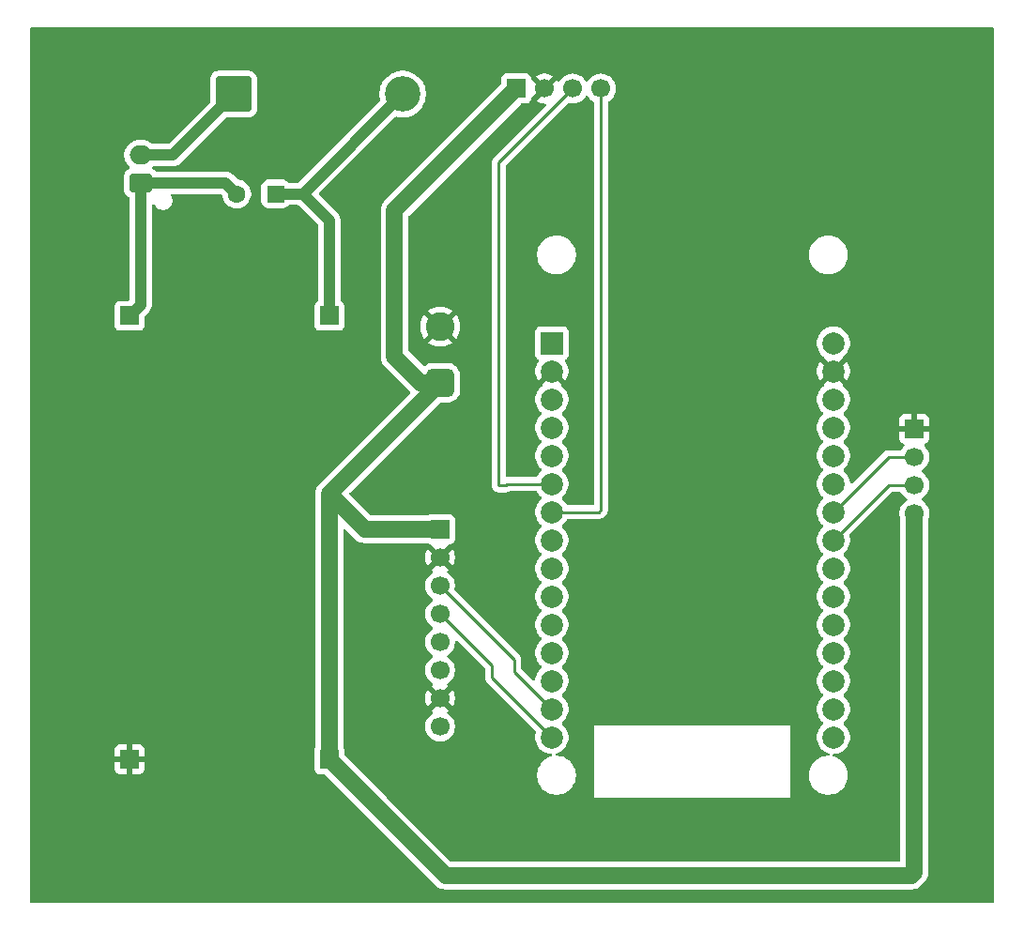
<source format=gbr>
%TF.GenerationSoftware,KiCad,Pcbnew,9.0.4*%
%TF.CreationDate,2025-11-03T20:32:51+05:30*%
%TF.ProjectId,BikeSSv2,42696b65-5353-4763-922e-6b696361645f,rev?*%
%TF.SameCoordinates,Original*%
%TF.FileFunction,Copper,L1,Top*%
%TF.FilePolarity,Positive*%
%FSLAX46Y46*%
G04 Gerber Fmt 4.6, Leading zero omitted, Abs format (unit mm)*
G04 Created by KiCad (PCBNEW 9.0.4) date 2025-11-03 20:32:51*
%MOMM*%
%LPD*%
G01*
G04 APERTURE LIST*
G04 Aperture macros list*
%AMRoundRect*
0 Rectangle with rounded corners*
0 $1 Rounding radius*
0 $2 $3 $4 $5 $6 $7 $8 $9 X,Y pos of 4 corners*
0 Add a 4 corners polygon primitive as box body*
4,1,4,$2,$3,$4,$5,$6,$7,$8,$9,$2,$3,0*
0 Add four circle primitives for the rounded corners*
1,1,$1+$1,$2,$3*
1,1,$1+$1,$4,$5*
1,1,$1+$1,$6,$7*
1,1,$1+$1,$8,$9*
0 Add four rect primitives between the rounded corners*
20,1,$1+$1,$2,$3,$4,$5,0*
20,1,$1+$1,$4,$5,$6,$7,0*
20,1,$1+$1,$6,$7,$8,$9,0*
20,1,$1+$1,$8,$9,$2,$3,0*%
G04 Aperture macros list end*
%TA.AperFunction,ComponentPad*%
%ADD10R,1.700000X1.700000*%
%TD*%
%TA.AperFunction,ComponentPad*%
%ADD11C,1.700000*%
%TD*%
%TA.AperFunction,ComponentPad*%
%ADD12RoundRect,0.650000X0.650000X-0.650000X0.650000X0.650000X-0.650000X0.650000X-0.650000X-0.650000X0*%
%TD*%
%TA.AperFunction,ComponentPad*%
%ADD13C,2.600000*%
%TD*%
%TA.AperFunction,ComponentPad*%
%ADD14R,2.000000X2.000000*%
%TD*%
%TA.AperFunction,ComponentPad*%
%ADD15C,2.000000*%
%TD*%
%TA.AperFunction,ComponentPad*%
%ADD16RoundRect,0.250000X-1.350000X-1.350000X1.350000X-1.350000X1.350000X1.350000X-1.350000X1.350000X0*%
%TD*%
%TA.AperFunction,ComponentPad*%
%ADD17C,3.200000*%
%TD*%
%TA.AperFunction,ComponentPad*%
%ADD18RoundRect,0.250000X0.750000X-0.600000X0.750000X0.600000X-0.750000X0.600000X-0.750000X-0.600000X0*%
%TD*%
%TA.AperFunction,ComponentPad*%
%ADD19O,2.000000X1.700000*%
%TD*%
%TA.AperFunction,ComponentPad*%
%ADD20RoundRect,0.250000X0.550000X0.550000X-0.550000X0.550000X-0.550000X-0.550000X0.550000X-0.550000X0*%
%TD*%
%TA.AperFunction,ComponentPad*%
%ADD21C,1.600000*%
%TD*%
%TA.AperFunction,ViaPad*%
%ADD22C,0.600000*%
%TD*%
%TA.AperFunction,Conductor*%
%ADD23C,1.500000*%
%TD*%
%TA.AperFunction,Conductor*%
%ADD24C,0.250000*%
%TD*%
%TA.AperFunction,Conductor*%
%ADD25C,1.000000*%
%TD*%
G04 APERTURE END LIST*
D10*
%TO.P,J107,1,Pin_1*%
%TO.N,VCC*%
X99380000Y-83000000D03*
D11*
%TO.P,J107,2,Pin_2*%
%TO.N,GND*%
X101920000Y-83000000D03*
%TO.P,J107,3,Pin_3*%
%TO.N,D16*%
X104460000Y-83000000D03*
%TO.P,J107,4,Pin_4*%
%TO.N,D17*%
X107000000Y-83000000D03*
%TD*%
D10*
%TO.P,J108,1,Pin_1*%
%TO.N,GND*%
X64500000Y-143500000D03*
%TD*%
%TO.P,J104,1,Pin_1*%
%TO.N,VCC*%
X92500000Y-122760000D03*
D11*
%TO.P,J104,2,Pin_2*%
%TO.N,GND*%
X92500000Y-125300000D03*
%TO.P,J104,3,Pin_3*%
%TO.N,D22*%
X92500000Y-127840000D03*
%TO.P,J104,4,Pin_4*%
%TO.N,D21*%
X92500000Y-130380000D03*
%TO.P,J104,5,Pin_5*%
%TO.N,unconnected-(J104-Pin_5-Pad5)*%
X92500000Y-132920000D03*
%TO.P,J104,6,Pin_6*%
%TO.N,unconnected-(J104-Pin_6-Pad6)*%
X92500000Y-135460000D03*
%TO.P,J104,7,Pin_7*%
%TO.N,GND*%
X92500000Y-138000000D03*
%TO.P,J104,8,Pin_8*%
%TO.N,unconnected-(J104-Pin_8-Pad8)*%
X92500000Y-140540000D03*
%TD*%
D12*
%TO.P,TP101,1,1*%
%TO.N,VCC*%
X92500000Y-109540000D03*
D13*
%TO.P,TP101,2,2*%
%TO.N,GND*%
X92500000Y-104460000D03*
%TD*%
D10*
%TO.P,J105,1,Pin_1*%
%TO.N,GND*%
X135275000Y-113700000D03*
D11*
%TO.P,J105,2,Pin_2*%
%TO.N,D26*%
X135275000Y-116240000D03*
%TO.P,J105,3,Pin_3*%
%TO.N,D25*%
X135275000Y-118780000D03*
%TO.P,J105,4,Pin_4*%
%TO.N,VCC*%
X135275000Y-121320000D03*
%TD*%
D10*
%TO.P,J106,1,Pin_1*%
%TO.N,/12V-*%
X64500000Y-103500000D03*
%TD*%
%TO.P,J102,1,Pin_1*%
%TO.N,/12V+ DO*%
X82500000Y-103500000D03*
%TD*%
D14*
%TO.P,U101,1,3V3*%
%TO.N,unconnected-(U101-3V3-Pad1)*%
X102580000Y-105960000D03*
D15*
%TO.P,U101,2,GND*%
%TO.N,GND*%
X102580000Y-108500000D03*
%TO.P,U101,3,D15*%
%TO.N,unconnected-(U101-D15-Pad3)*%
X102580000Y-111040000D03*
%TO.P,U101,4,D2*%
%TO.N,unconnected-(U101-D2-Pad4)*%
X102580000Y-113580000D03*
%TO.P,U101,5,D4*%
%TO.N,unconnected-(U101-D4-Pad5)*%
X102580000Y-116120000D03*
%TO.P,U101,6,RX2*%
%TO.N,D16*%
X102580000Y-118660000D03*
%TO.P,U101,7,TX2*%
%TO.N,D17*%
X102580000Y-121200000D03*
%TO.P,U101,8,D5*%
%TO.N,unconnected-(U101-D5-Pad8)*%
X102580000Y-123740000D03*
%TO.P,U101,9,D18*%
%TO.N,unconnected-(U101-D18-Pad9)*%
X102580000Y-126280000D03*
%TO.P,U101,10,D19*%
%TO.N,unconnected-(U101-D19-Pad10)*%
X102580000Y-128820000D03*
%TO.P,U101,11,D21*%
%TO.N,unconnected-(U101-D21-Pad11)*%
X102580000Y-131360000D03*
%TO.P,U101,12,RX0*%
%TO.N,unconnected-(U101-RX0-Pad12)*%
X102580000Y-133900000D03*
%TO.P,U101,13,TX0*%
%TO.N,unconnected-(U101-TX0-Pad13)*%
X102580000Y-136440000D03*
%TO.P,U101,14,D22*%
%TO.N,D22*%
X102580000Y-138980000D03*
%TO.P,U101,15,D23*%
%TO.N,D21*%
X102580000Y-141520000D03*
%TO.P,U101,16,EN*%
%TO.N,unconnected-(U101-EN-Pad16)*%
X127980000Y-141520000D03*
%TO.P,U101,17,VP*%
%TO.N,unconnected-(U101-VP-Pad17)*%
X127980000Y-138980000D03*
%TO.P,U101,18,VN*%
%TO.N,unconnected-(U101-VN-Pad18)*%
X127980000Y-136440000D03*
%TO.P,U101,19,D34*%
%TO.N,unconnected-(U101-D34-Pad19)*%
X127980000Y-133900000D03*
%TO.P,U101,20,D35*%
%TO.N,unconnected-(U101-D35-Pad20)*%
X127980000Y-131360000D03*
%TO.P,U101,21,D32*%
%TO.N,unconnected-(U101-D32-Pad21)*%
X127980000Y-128820000D03*
%TO.P,U101,22,D33*%
%TO.N,unconnected-(U101-D33-Pad22)*%
X127980000Y-126280000D03*
%TO.P,U101,23,D25*%
%TO.N,D25*%
X127980000Y-123740000D03*
%TO.P,U101,24,D26*%
%TO.N,D26*%
X127980000Y-121200000D03*
%TO.P,U101,25,D27*%
%TO.N,unconnected-(U101-D27-Pad25)*%
X127980000Y-118660000D03*
%TO.P,U101,26,D14*%
%TO.N,unconnected-(U101-D14-Pad26)*%
X127980000Y-116120000D03*
%TO.P,U101,27,D12*%
%TO.N,unconnected-(U101-D12-Pad27)*%
X127980000Y-113580000D03*
%TO.P,U101,28,D13*%
%TO.N,unconnected-(U101-D13-Pad28)*%
X127980000Y-111040000D03*
%TO.P,U101,29,GND*%
%TO.N,GND*%
X127980000Y-108500000D03*
%TO.P,U101,30,VIN*%
%TO.N,unconnected-(U101-VIN-Pad30)*%
X127980000Y-105960000D03*
%TD*%
D16*
%TO.P,D101,1,K*%
%TO.N,/12V+DI*%
X73880000Y-83500000D03*
D17*
%TO.P,D101,2,A*%
%TO.N,/12V+ DO*%
X89120000Y-83500000D03*
%TD*%
D18*
%TO.P,J101,1,Pin_1*%
%TO.N,/12V-*%
X65500000Y-91500000D03*
D19*
%TO.P,J101,2,Pin_2*%
%TO.N,/12V+DI*%
X65500000Y-89000000D03*
%TD*%
D20*
%TO.P,C101,1*%
%TO.N,/12V+ DO*%
X77652651Y-92500000D03*
D21*
%TO.P,C101,2*%
%TO.N,/12V-*%
X74152651Y-92500000D03*
%TD*%
D10*
%TO.P,J103,1,Pin_1*%
%TO.N,VCC*%
X82500000Y-143500000D03*
%TD*%
D22*
%TO.N,GND*%
X110200000Y-102400000D03*
X104000000Y-102000000D03*
%TD*%
D23*
%TO.N,VCC*%
X93000000Y-154000000D02*
X82500000Y-143500000D01*
X135275000Y-153725000D02*
X135000000Y-154000000D01*
X135000000Y-154000000D02*
X93000000Y-154000000D01*
X135275000Y-121320000D02*
X135275000Y-153725000D01*
X88400000Y-93980000D02*
X99380000Y-83000000D01*
X88400000Y-107200000D02*
X88400000Y-93980000D01*
X90740000Y-109540000D02*
X88400000Y-107200000D01*
X92500000Y-109540000D02*
X90740000Y-109540000D01*
X85720000Y-122760000D02*
X82500000Y-119540000D01*
X92500000Y-122760000D02*
X85720000Y-122760000D01*
X82500000Y-119540000D02*
X92500000Y-109540000D01*
X82500000Y-143500000D02*
X82500000Y-119540000D01*
D24*
%TO.N,D21*%
X97200000Y-135080000D02*
X97200000Y-136140000D01*
X97200000Y-136140000D02*
X102580000Y-141520000D01*
X92500000Y-130380000D02*
X97200000Y-135080000D01*
%TO.N,D22*%
X92500000Y-127840000D02*
X99200000Y-134540000D01*
X99200000Y-135600000D02*
X102580000Y-138980000D01*
X99200000Y-134540000D02*
X99200000Y-135600000D01*
%TO.N,D26*%
X132940000Y-116240000D02*
X135275000Y-116240000D01*
X127980000Y-121200000D02*
X132940000Y-116240000D01*
%TO.N,D25*%
X127980000Y-123740000D02*
X132940000Y-118780000D01*
X132940000Y-118780000D02*
X135275000Y-118780000D01*
%TO.N,D16*%
X104460000Y-83000000D02*
X97800000Y-89660000D01*
X98400000Y-118800000D02*
X98540000Y-118660000D01*
X98540000Y-118660000D02*
X102580000Y-118660000D01*
X97800000Y-118800000D02*
X98400000Y-118800000D01*
X97800000Y-89660000D02*
X97800000Y-118800000D01*
%TO.N,D17*%
X107000000Y-121000000D02*
X106800000Y-121200000D01*
X107000000Y-83000000D02*
X107000000Y-121000000D01*
X106800000Y-121200000D02*
X102580000Y-121200000D01*
D25*
%TO.N,/12V-*%
X74152651Y-92500000D02*
X73152651Y-91500000D01*
X65500000Y-102500000D02*
X65500000Y-91500000D01*
X64500000Y-103500000D02*
X65500000Y-102500000D01*
X73152651Y-91500000D02*
X65500000Y-91500000D01*
%TO.N,/12V+ DO*%
X80120000Y-92500000D02*
X89120000Y-83500000D01*
X82500000Y-94880000D02*
X80120000Y-92500000D01*
X77652651Y-92500000D02*
X80120000Y-92500000D01*
X82500000Y-103500000D02*
X82500000Y-94880000D01*
%TO.N,/12V+DI*%
X68380000Y-89000000D02*
X73880000Y-83500000D01*
X65500000Y-89000000D02*
X68380000Y-89000000D01*
%TD*%
%TA.AperFunction,Conductor*%
%TO.N,GND*%
G36*
X101454075Y-83192993D02*
G01*
X101519901Y-83307007D01*
X101612993Y-83400099D01*
X101727007Y-83465925D01*
X101790590Y-83482962D01*
X101158282Y-84115269D01*
X101158282Y-84115270D01*
X101212449Y-84154624D01*
X101401782Y-84251095D01*
X101603870Y-84316757D01*
X101813754Y-84350000D01*
X101926046Y-84350000D01*
X101993085Y-84369685D01*
X102038840Y-84422489D01*
X102048784Y-84491647D01*
X102019759Y-84555203D01*
X102013727Y-84561681D01*
X97401269Y-89174140D01*
X97314144Y-89261264D01*
X97314138Y-89261272D01*
X97245692Y-89363705D01*
X97245684Y-89363719D01*
X97212347Y-89444207D01*
X97206823Y-89457543D01*
X97198537Y-89477545D01*
X97198535Y-89477553D01*
X97174500Y-89598389D01*
X97174500Y-118861610D01*
X97198535Y-118982444D01*
X97198538Y-118982454D01*
X97245687Y-119096283D01*
X97245692Y-119096292D01*
X97314141Y-119198732D01*
X97314144Y-119198736D01*
X97401263Y-119285855D01*
X97401267Y-119285858D01*
X97503707Y-119354307D01*
X97503716Y-119354312D01*
X97524739Y-119363020D01*
X97617548Y-119401463D01*
X97736810Y-119425185D01*
X97738389Y-119425499D01*
X97738393Y-119425500D01*
X97738394Y-119425500D01*
X98461607Y-119425500D01*
X98522029Y-119413481D01*
X98582452Y-119401463D01*
X98630736Y-119381463D01*
X98696286Y-119354312D01*
X98747509Y-119320084D01*
X98767998Y-119306393D01*
X98800792Y-119296127D01*
X98834670Y-119285520D01*
X98836883Y-119285500D01*
X101138670Y-119285500D01*
X101205709Y-119305185D01*
X101249155Y-119353205D01*
X101249718Y-119354310D01*
X101296657Y-119446433D01*
X101435483Y-119637510D01*
X101602490Y-119804517D01*
X101637127Y-119829683D01*
X101679792Y-119885013D01*
X101685771Y-119954626D01*
X101653165Y-120016421D01*
X101637130Y-120030315D01*
X101619365Y-120043222D01*
X101602488Y-120055484D01*
X101435485Y-120222487D01*
X101435485Y-120222488D01*
X101435483Y-120222490D01*
X101386514Y-120289890D01*
X101296657Y-120413566D01*
X101189433Y-120624003D01*
X101116446Y-120848631D01*
X101079500Y-121081902D01*
X101079500Y-121318097D01*
X101116446Y-121551368D01*
X101189433Y-121775996D01*
X101249155Y-121893205D01*
X101296657Y-121986433D01*
X101435483Y-122177510D01*
X101602490Y-122344517D01*
X101637127Y-122369683D01*
X101679792Y-122425013D01*
X101685771Y-122494626D01*
X101653165Y-122556421D01*
X101637130Y-122570315D01*
X101619365Y-122583222D01*
X101602488Y-122595484D01*
X101435485Y-122762487D01*
X101435485Y-122762488D01*
X101435483Y-122762490D01*
X101375862Y-122844550D01*
X101296657Y-122953566D01*
X101189433Y-123164003D01*
X101116446Y-123388631D01*
X101079500Y-123621902D01*
X101079500Y-123858097D01*
X101116446Y-124091368D01*
X101189433Y-124315996D01*
X101296657Y-124526433D01*
X101435483Y-124717510D01*
X101602490Y-124884517D01*
X101637127Y-124909683D01*
X101679792Y-124965013D01*
X101685771Y-125034626D01*
X101653165Y-125096421D01*
X101637130Y-125110315D01*
X101619365Y-125123222D01*
X101602488Y-125135484D01*
X101435485Y-125302487D01*
X101435485Y-125302488D01*
X101435483Y-125302490D01*
X101389467Y-125365826D01*
X101296657Y-125493566D01*
X101189433Y-125704003D01*
X101116446Y-125928631D01*
X101079500Y-126161902D01*
X101079500Y-126398097D01*
X101116446Y-126631368D01*
X101189433Y-126855996D01*
X101242535Y-126960213D01*
X101296657Y-127066433D01*
X101435483Y-127257510D01*
X101602490Y-127424517D01*
X101637127Y-127449683D01*
X101679792Y-127505013D01*
X101685771Y-127574626D01*
X101653165Y-127636421D01*
X101637130Y-127650315D01*
X101619365Y-127663222D01*
X101602488Y-127675484D01*
X101435485Y-127842487D01*
X101435485Y-127842488D01*
X101435483Y-127842490D01*
X101375862Y-127924550D01*
X101296657Y-128033566D01*
X101189433Y-128244003D01*
X101116446Y-128468631D01*
X101079500Y-128701902D01*
X101079500Y-128938097D01*
X101116446Y-129171368D01*
X101189433Y-129395996D01*
X101242535Y-129500213D01*
X101296657Y-129606433D01*
X101435483Y-129797510D01*
X101602490Y-129964517D01*
X101637127Y-129989683D01*
X101679792Y-130045013D01*
X101685771Y-130114626D01*
X101653165Y-130176421D01*
X101637130Y-130190315D01*
X101619365Y-130203222D01*
X101602488Y-130215484D01*
X101435485Y-130382487D01*
X101435485Y-130382488D01*
X101435483Y-130382490D01*
X101375862Y-130464550D01*
X101296657Y-130573566D01*
X101189433Y-130784003D01*
X101116446Y-131008631D01*
X101079500Y-131241902D01*
X101079500Y-131478097D01*
X101116446Y-131711368D01*
X101189433Y-131935996D01*
X101242535Y-132040213D01*
X101296657Y-132146433D01*
X101435483Y-132337510D01*
X101602490Y-132504517D01*
X101637127Y-132529683D01*
X101679792Y-132585013D01*
X101685771Y-132654626D01*
X101653165Y-132716421D01*
X101637130Y-132730315D01*
X101619365Y-132743222D01*
X101602488Y-132755484D01*
X101435485Y-132922487D01*
X101435485Y-132922488D01*
X101435483Y-132922490D01*
X101375862Y-133004550D01*
X101296657Y-133113566D01*
X101189433Y-133324003D01*
X101116446Y-133548631D01*
X101079500Y-133781902D01*
X101079500Y-134018097D01*
X101116446Y-134251368D01*
X101189433Y-134475996D01*
X101249632Y-134594142D01*
X101296657Y-134686433D01*
X101435483Y-134877510D01*
X101602490Y-135044517D01*
X101637127Y-135069683D01*
X101679792Y-135125013D01*
X101685771Y-135194626D01*
X101653165Y-135256421D01*
X101637130Y-135270315D01*
X101619365Y-135283222D01*
X101602488Y-135295484D01*
X101435485Y-135462487D01*
X101435485Y-135462488D01*
X101435483Y-135462490D01*
X101380336Y-135538393D01*
X101296657Y-135653566D01*
X101189433Y-135864003D01*
X101116446Y-136088631D01*
X101080242Y-136317215D01*
X101050313Y-136380350D01*
X100991001Y-136417281D01*
X100921138Y-136416283D01*
X100870088Y-136385498D01*
X99861819Y-135377229D01*
X99828334Y-135315906D01*
X99825500Y-135289548D01*
X99825500Y-134478393D01*
X99825499Y-134478389D01*
X99815852Y-134429890D01*
X99801463Y-134357548D01*
X99779676Y-134304949D01*
X99777827Y-134300486D01*
X99754313Y-134243717D01*
X99754307Y-134243706D01*
X99734816Y-134214537D01*
X99734815Y-134214536D01*
X99730744Y-134208443D01*
X99685858Y-134141267D01*
X99598733Y-134054142D01*
X99598729Y-134054139D01*
X93842428Y-128297838D01*
X93808943Y-128236515D01*
X93812177Y-128171841D01*
X93817246Y-128156243D01*
X93850500Y-127946287D01*
X93850500Y-127733713D01*
X93817246Y-127523757D01*
X93751557Y-127321588D01*
X93655051Y-127132184D01*
X93655049Y-127132181D01*
X93655048Y-127132179D01*
X93530109Y-126960213D01*
X93379786Y-126809890D01*
X93207817Y-126684949D01*
X93198504Y-126680204D01*
X93147707Y-126632230D01*
X93130912Y-126564409D01*
X93153449Y-126498274D01*
X93198507Y-126459232D01*
X93207555Y-126454622D01*
X93261716Y-126415270D01*
X93261717Y-126415270D01*
X92629408Y-125782962D01*
X92692993Y-125765925D01*
X92807007Y-125700099D01*
X92900099Y-125607007D01*
X92965925Y-125492993D01*
X92982962Y-125429408D01*
X93615270Y-126061717D01*
X93615270Y-126061716D01*
X93654622Y-126007554D01*
X93751095Y-125818217D01*
X93816757Y-125616130D01*
X93816757Y-125616127D01*
X93850000Y-125406246D01*
X93850000Y-125193753D01*
X93816757Y-124983872D01*
X93816757Y-124983869D01*
X93751095Y-124781782D01*
X93654624Y-124592449D01*
X93615270Y-124538282D01*
X93615269Y-124538282D01*
X92982962Y-125170590D01*
X92965925Y-125107007D01*
X92900099Y-124992993D01*
X92807007Y-124899901D01*
X92692993Y-124834075D01*
X92629409Y-124817037D01*
X93299627Y-124146818D01*
X93360950Y-124113333D01*
X93387307Y-124110499D01*
X93397872Y-124110499D01*
X93457483Y-124104091D01*
X93592331Y-124053796D01*
X93707546Y-123967546D01*
X93793796Y-123852331D01*
X93844091Y-123717483D01*
X93850500Y-123657873D01*
X93850499Y-121862128D01*
X93844091Y-121802517D01*
X93837493Y-121784828D01*
X93793797Y-121667671D01*
X93793793Y-121667664D01*
X93707547Y-121552455D01*
X93707544Y-121552452D01*
X93592335Y-121466206D01*
X93592328Y-121466202D01*
X93457482Y-121415908D01*
X93457483Y-121415908D01*
X93397883Y-121409501D01*
X93397881Y-121409500D01*
X93397873Y-121409500D01*
X93397864Y-121409500D01*
X91602129Y-121409500D01*
X91602123Y-121409501D01*
X91542516Y-121415908D01*
X91407671Y-121466202D01*
X91407668Y-121466204D01*
X91382872Y-121484767D01*
X91317408Y-121509184D01*
X91308561Y-121509500D01*
X86289336Y-121509500D01*
X86222297Y-121489815D01*
X86201655Y-121473181D01*
X84356155Y-119627681D01*
X84322670Y-119566358D01*
X84327654Y-119496666D01*
X84356155Y-119452319D01*
X92431655Y-111376819D01*
X92492978Y-111343334D01*
X92519336Y-111340500D01*
X93221016Y-111340500D01*
X93256459Y-111338039D01*
X93309630Y-111334349D01*
X93309636Y-111334347D01*
X93309640Y-111334347D01*
X93517176Y-111285534D01*
X93517174Y-111285534D01*
X93517185Y-111285532D01*
X93712237Y-111199409D01*
X93888142Y-111078911D01*
X94038911Y-110928142D01*
X94159409Y-110752237D01*
X94245532Y-110557185D01*
X94267447Y-110464008D01*
X94294347Y-110349640D01*
X94294347Y-110349636D01*
X94294349Y-110349630D01*
X94300500Y-110261012D01*
X94300500Y-108818988D01*
X94294349Y-108730370D01*
X94294347Y-108730364D01*
X94294347Y-108730359D01*
X94245534Y-108522823D01*
X94245532Y-108522817D01*
X94245532Y-108522815D01*
X94159409Y-108327763D01*
X94038911Y-108151858D01*
X94038906Y-108151852D01*
X93888147Y-108001093D01*
X93888141Y-108001088D01*
X93712238Y-107880592D01*
X93712239Y-107880592D01*
X93712237Y-107880591D01*
X93517185Y-107794468D01*
X93517183Y-107794467D01*
X93517182Y-107794467D01*
X93517176Y-107794465D01*
X93309640Y-107745652D01*
X93309624Y-107745650D01*
X93221016Y-107739500D01*
X93221012Y-107739500D01*
X91778988Y-107739500D01*
X91778984Y-107739500D01*
X91690375Y-107745650D01*
X91690359Y-107745652D01*
X91482823Y-107794465D01*
X91482817Y-107794467D01*
X91482815Y-107794468D01*
X91344805Y-107855405D01*
X91287761Y-107880592D01*
X91112359Y-108000746D01*
X91045927Y-108022392D01*
X90978338Y-108004687D01*
X90954601Y-107986127D01*
X89686819Y-106718344D01*
X89653334Y-106657021D01*
X89650500Y-106630663D01*
X89650500Y-104342014D01*
X90700000Y-104342014D01*
X90700000Y-104577985D01*
X90730799Y-104811914D01*
X90791870Y-105039837D01*
X90882160Y-105257819D01*
X90882165Y-105257828D01*
X91000144Y-105462171D01*
X91000145Y-105462172D01*
X91062721Y-105543723D01*
X91898958Y-104707487D01*
X91923978Y-104767890D01*
X91995112Y-104874351D01*
X92085649Y-104964888D01*
X92192110Y-105036022D01*
X92252511Y-105061041D01*
X91416275Y-105897277D01*
X91497827Y-105959854D01*
X91497828Y-105959855D01*
X91702171Y-106077834D01*
X91702180Y-106077839D01*
X91920163Y-106168129D01*
X91920161Y-106168129D01*
X92148085Y-106229200D01*
X92382014Y-106259999D01*
X92382029Y-106260000D01*
X92617971Y-106260000D01*
X92617985Y-106259999D01*
X92851914Y-106229200D01*
X93079837Y-106168129D01*
X93297819Y-106077839D01*
X93297828Y-106077834D01*
X93502181Y-105959850D01*
X93583723Y-105897279D01*
X93583723Y-105897276D01*
X92747487Y-105061041D01*
X92807890Y-105036022D01*
X92914351Y-104964888D01*
X93004888Y-104874351D01*
X93076022Y-104767890D01*
X93101041Y-104707487D01*
X93937276Y-105543723D01*
X93937279Y-105543723D01*
X93999850Y-105462181D01*
X94117834Y-105257828D01*
X94117839Y-105257819D01*
X94208129Y-105039837D01*
X94269200Y-104811914D01*
X94299999Y-104577985D01*
X94300000Y-104577971D01*
X94300000Y-104342028D01*
X94299999Y-104342014D01*
X94269200Y-104108085D01*
X94208129Y-103880162D01*
X94117839Y-103662180D01*
X94117834Y-103662171D01*
X93999855Y-103457828D01*
X93999854Y-103457827D01*
X93937277Y-103376275D01*
X93101041Y-104212511D01*
X93076022Y-104152110D01*
X93004888Y-104045649D01*
X92914351Y-103955112D01*
X92807890Y-103883978D01*
X92747488Y-103858958D01*
X93583723Y-103022721D01*
X93502172Y-102960145D01*
X93502171Y-102960144D01*
X93297828Y-102842165D01*
X93297819Y-102842160D01*
X93079836Y-102751870D01*
X93079838Y-102751870D01*
X92851914Y-102690799D01*
X92617985Y-102660000D01*
X92382014Y-102660000D01*
X92148085Y-102690799D01*
X91920162Y-102751870D01*
X91702180Y-102842160D01*
X91702171Y-102842165D01*
X91497828Y-102960144D01*
X91497818Y-102960150D01*
X91416275Y-103022720D01*
X91416275Y-103022721D01*
X92252512Y-103858958D01*
X92192110Y-103883978D01*
X92085649Y-103955112D01*
X91995112Y-104045649D01*
X91923978Y-104152110D01*
X91898958Y-104212512D01*
X91062721Y-103376275D01*
X91062720Y-103376275D01*
X91000150Y-103457818D01*
X91000144Y-103457828D01*
X90882165Y-103662171D01*
X90882160Y-103662180D01*
X90791870Y-103880162D01*
X90730799Y-104108085D01*
X90700000Y-104342014D01*
X89650500Y-104342014D01*
X89650500Y-94549335D01*
X89670185Y-94482296D01*
X89686814Y-94461659D01*
X99761655Y-84386817D01*
X99822978Y-84353333D01*
X99849336Y-84350499D01*
X100277871Y-84350499D01*
X100277872Y-84350499D01*
X100337483Y-84344091D01*
X100472331Y-84293796D01*
X100587546Y-84207546D01*
X100673796Y-84092331D01*
X100724091Y-83957483D01*
X100730500Y-83897873D01*
X100730499Y-83887312D01*
X100750179Y-83820275D01*
X100766818Y-83799626D01*
X101437037Y-83129408D01*
X101454075Y-83192993D01*
G37*
%TD.AperFunction*%
%TA.AperFunction,Conductor*%
G36*
X105747226Y-83635524D02*
G01*
X105759810Y-83634985D01*
X105779674Y-83646581D01*
X105801444Y-83653999D01*
X105810719Y-83664703D01*
X105820151Y-83670209D01*
X105840486Y-83699056D01*
X105844951Y-83707820D01*
X105969890Y-83879786D01*
X106120213Y-84030109D01*
X106292181Y-84155050D01*
X106306792Y-84162494D01*
X106357589Y-84210467D01*
X106374500Y-84272980D01*
X106374500Y-120450500D01*
X106354815Y-120517539D01*
X106302011Y-120563294D01*
X106250500Y-120574500D01*
X104021330Y-120574500D01*
X103954291Y-120554815D01*
X103910845Y-120506795D01*
X103882161Y-120450500D01*
X103863343Y-120413567D01*
X103724517Y-120222490D01*
X103557510Y-120055483D01*
X103522872Y-120030317D01*
X103480207Y-119974989D01*
X103474228Y-119905375D01*
X103506833Y-119843580D01*
X103522873Y-119829682D01*
X103557510Y-119804517D01*
X103724517Y-119637510D01*
X103863343Y-119446433D01*
X103970568Y-119235992D01*
X104043553Y-119011368D01*
X104080500Y-118778097D01*
X104080500Y-118541902D01*
X104043553Y-118308631D01*
X104001282Y-118178537D01*
X103970568Y-118084008D01*
X103970566Y-118084005D01*
X103970566Y-118084003D01*
X103882161Y-117910500D01*
X103863343Y-117873567D01*
X103724517Y-117682490D01*
X103557510Y-117515483D01*
X103522872Y-117490317D01*
X103480207Y-117434989D01*
X103474228Y-117365375D01*
X103506833Y-117303580D01*
X103522873Y-117289682D01*
X103557510Y-117264517D01*
X103724517Y-117097510D01*
X103863343Y-116906433D01*
X103970568Y-116695992D01*
X104043553Y-116471368D01*
X104063364Y-116346286D01*
X104080500Y-116238097D01*
X104080500Y-116001902D01*
X104043553Y-115768631D01*
X104001282Y-115638537D01*
X103970568Y-115544008D01*
X103970566Y-115544005D01*
X103970566Y-115544003D01*
X103914002Y-115432991D01*
X103863343Y-115333567D01*
X103724517Y-115142490D01*
X103557510Y-114975483D01*
X103522872Y-114950317D01*
X103480207Y-114894989D01*
X103474228Y-114825375D01*
X103506833Y-114763580D01*
X103522873Y-114749682D01*
X103557510Y-114724517D01*
X103724517Y-114557510D01*
X103863343Y-114366433D01*
X103970568Y-114155992D01*
X104043553Y-113931368D01*
X104049631Y-113892993D01*
X104080500Y-113698097D01*
X104080500Y-113461902D01*
X104043553Y-113228631D01*
X103970566Y-113004003D01*
X103867727Y-112802172D01*
X103863343Y-112793567D01*
X103724517Y-112602490D01*
X103557510Y-112435483D01*
X103522872Y-112410317D01*
X103480207Y-112354989D01*
X103474228Y-112285375D01*
X103506833Y-112223580D01*
X103522873Y-112209682D01*
X103557510Y-112184517D01*
X103724517Y-112017510D01*
X103863343Y-111826433D01*
X103970568Y-111615992D01*
X104043553Y-111391368D01*
X104052584Y-111334347D01*
X104080500Y-111158097D01*
X104080500Y-110921902D01*
X104043553Y-110688631D01*
X103970566Y-110464003D01*
X103903469Y-110332318D01*
X103863343Y-110253567D01*
X103724517Y-110062490D01*
X103557510Y-109895483D01*
X103498282Y-109852451D01*
X103455617Y-109797122D01*
X103447550Y-109742404D01*
X103449104Y-109722657D01*
X102717574Y-108991128D01*
X102776853Y-108975245D01*
X102893147Y-108908102D01*
X102988102Y-108813147D01*
X103055245Y-108696853D01*
X103071128Y-108637575D01*
X103802658Y-109369105D01*
X103802658Y-109369104D01*
X103862914Y-109286169D01*
X103862918Y-109286163D01*
X103970102Y-109075802D01*
X104043065Y-108851247D01*
X104080000Y-108618052D01*
X104080000Y-108381947D01*
X104043065Y-108148752D01*
X103970102Y-107924197D01*
X103862914Y-107713828D01*
X103772964Y-107590023D01*
X103749484Y-107524216D01*
X103765309Y-107456162D01*
X103814640Y-107408220D01*
X103814546Y-107408047D01*
X103815169Y-107407706D01*
X103815415Y-107407468D01*
X103816480Y-107406990D01*
X103822326Y-107403797D01*
X103822331Y-107403796D01*
X103937546Y-107317546D01*
X104023796Y-107202331D01*
X104074091Y-107067483D01*
X104080500Y-107007873D01*
X104080499Y-104912128D01*
X104074091Y-104852517D01*
X104073338Y-104850499D01*
X104023797Y-104717671D01*
X104023793Y-104717664D01*
X103937547Y-104602455D01*
X103937544Y-104602452D01*
X103822335Y-104516206D01*
X103822328Y-104516202D01*
X103687482Y-104465908D01*
X103687483Y-104465908D01*
X103627883Y-104459501D01*
X103627881Y-104459500D01*
X103627873Y-104459500D01*
X103627864Y-104459500D01*
X101532129Y-104459500D01*
X101532123Y-104459501D01*
X101472516Y-104465908D01*
X101337671Y-104516202D01*
X101337664Y-104516206D01*
X101222455Y-104602452D01*
X101222452Y-104602455D01*
X101136206Y-104717664D01*
X101136202Y-104717671D01*
X101085908Y-104852517D01*
X101079501Y-104912116D01*
X101079501Y-104912123D01*
X101079500Y-104912135D01*
X101079500Y-107007870D01*
X101079501Y-107007876D01*
X101085908Y-107067483D01*
X101136202Y-107202328D01*
X101136206Y-107202335D01*
X101222452Y-107317544D01*
X101222455Y-107317547D01*
X101337664Y-107403793D01*
X101345454Y-107408047D01*
X101343725Y-107411211D01*
X101385915Y-107442734D01*
X101410393Y-107508175D01*
X101395604Y-107576462D01*
X101387036Y-107590021D01*
X101297084Y-107713829D01*
X101189897Y-107924197D01*
X101116934Y-108148752D01*
X101080000Y-108381947D01*
X101080000Y-108618052D01*
X101116934Y-108851247D01*
X101189897Y-109075802D01*
X101297087Y-109286174D01*
X101357338Y-109369104D01*
X101357340Y-109369105D01*
X102088871Y-108637574D01*
X102104755Y-108696853D01*
X102171898Y-108813147D01*
X102266853Y-108908102D01*
X102383147Y-108975245D01*
X102442425Y-108991128D01*
X101710893Y-109722658D01*
X101712448Y-109742405D01*
X101698084Y-109810783D01*
X101661717Y-109852451D01*
X101602490Y-109895482D01*
X101435485Y-110062487D01*
X101435485Y-110062488D01*
X101435483Y-110062490D01*
X101375862Y-110144550D01*
X101296657Y-110253566D01*
X101189433Y-110464003D01*
X101116446Y-110688631D01*
X101079500Y-110921902D01*
X101079500Y-111158097D01*
X101116446Y-111391368D01*
X101189433Y-111615996D01*
X101296657Y-111826433D01*
X101435483Y-112017510D01*
X101602490Y-112184517D01*
X101637127Y-112209683D01*
X101679792Y-112265013D01*
X101685771Y-112334626D01*
X101653165Y-112396421D01*
X101637130Y-112410315D01*
X101619365Y-112423222D01*
X101602488Y-112435484D01*
X101435485Y-112602487D01*
X101435485Y-112602488D01*
X101435483Y-112602490D01*
X101431543Y-112607913D01*
X101296657Y-112793566D01*
X101189433Y-113004003D01*
X101116446Y-113228631D01*
X101079500Y-113461902D01*
X101079500Y-113698097D01*
X101116446Y-113931368D01*
X101189433Y-114155996D01*
X101296657Y-114366433D01*
X101435483Y-114557510D01*
X101602490Y-114724517D01*
X101637127Y-114749683D01*
X101679792Y-114805013D01*
X101685771Y-114874626D01*
X101653165Y-114936421D01*
X101637130Y-114950315D01*
X101619365Y-114963222D01*
X101602488Y-114975484D01*
X101435485Y-115142487D01*
X101435485Y-115142488D01*
X101435483Y-115142490D01*
X101404625Y-115184962D01*
X101296657Y-115333566D01*
X101189433Y-115544003D01*
X101116446Y-115768631D01*
X101079500Y-116001902D01*
X101079500Y-116238097D01*
X101116446Y-116471368D01*
X101189433Y-116695996D01*
X101285831Y-116885185D01*
X101296657Y-116906433D01*
X101435483Y-117097510D01*
X101602490Y-117264517D01*
X101637127Y-117289683D01*
X101679792Y-117345013D01*
X101685771Y-117414626D01*
X101653165Y-117476421D01*
X101637130Y-117490315D01*
X101619365Y-117503222D01*
X101602488Y-117515484D01*
X101435485Y-117682487D01*
X101435485Y-117682488D01*
X101435483Y-117682490D01*
X101386514Y-117749890D01*
X101296657Y-117873566D01*
X101249155Y-117966795D01*
X101201180Y-118017591D01*
X101138670Y-118034500D01*
X98549500Y-118034500D01*
X98482461Y-118014815D01*
X98436706Y-117962011D01*
X98425500Y-117910500D01*
X98425500Y-97885258D01*
X101249500Y-97885258D01*
X101249500Y-98114741D01*
X101274446Y-98304215D01*
X101279452Y-98342238D01*
X101279453Y-98342240D01*
X101338842Y-98563887D01*
X101426650Y-98775876D01*
X101426657Y-98775890D01*
X101541392Y-98974617D01*
X101681081Y-99156661D01*
X101681089Y-99156670D01*
X101843330Y-99318911D01*
X101843338Y-99318918D01*
X102025382Y-99458607D01*
X102025385Y-99458608D01*
X102025388Y-99458611D01*
X102224112Y-99573344D01*
X102224117Y-99573346D01*
X102224123Y-99573349D01*
X102315480Y-99611190D01*
X102436113Y-99661158D01*
X102657762Y-99720548D01*
X102885266Y-99750500D01*
X102885273Y-99750500D01*
X103114727Y-99750500D01*
X103114734Y-99750500D01*
X103342238Y-99720548D01*
X103563887Y-99661158D01*
X103775888Y-99573344D01*
X103974612Y-99458611D01*
X104156661Y-99318919D01*
X104156665Y-99318914D01*
X104156670Y-99318911D01*
X104318911Y-99156670D01*
X104318914Y-99156665D01*
X104318919Y-99156661D01*
X104458611Y-98974612D01*
X104573344Y-98775888D01*
X104661158Y-98563887D01*
X104720548Y-98342238D01*
X104750500Y-98114734D01*
X104750500Y-97885266D01*
X104720548Y-97657762D01*
X104661158Y-97436113D01*
X104573344Y-97224112D01*
X104458611Y-97025388D01*
X104458608Y-97025385D01*
X104458607Y-97025382D01*
X104318918Y-96843338D01*
X104318911Y-96843330D01*
X104156670Y-96681089D01*
X104156661Y-96681081D01*
X103974617Y-96541392D01*
X103775890Y-96426657D01*
X103775876Y-96426650D01*
X103563887Y-96338842D01*
X103342238Y-96279452D01*
X103304215Y-96274446D01*
X103114741Y-96249500D01*
X103114734Y-96249500D01*
X102885266Y-96249500D01*
X102885258Y-96249500D01*
X102668715Y-96278009D01*
X102657762Y-96279452D01*
X102564076Y-96304554D01*
X102436112Y-96338842D01*
X102224123Y-96426650D01*
X102224109Y-96426657D01*
X102025382Y-96541392D01*
X101843338Y-96681081D01*
X101681081Y-96843338D01*
X101541392Y-97025382D01*
X101426657Y-97224109D01*
X101426650Y-97224123D01*
X101338842Y-97436112D01*
X101279453Y-97657759D01*
X101279451Y-97657770D01*
X101249500Y-97885258D01*
X98425500Y-97885258D01*
X98425500Y-89970452D01*
X98445185Y-89903413D01*
X98461819Y-89882771D01*
X100695090Y-87649500D01*
X104002163Y-84342426D01*
X104063484Y-84308943D01*
X104128159Y-84312178D01*
X104143757Y-84317246D01*
X104353713Y-84350500D01*
X104353714Y-84350500D01*
X104566286Y-84350500D01*
X104566287Y-84350500D01*
X104776243Y-84317246D01*
X104978412Y-84251557D01*
X105167816Y-84155051D01*
X105254138Y-84092335D01*
X105339786Y-84030109D01*
X105339788Y-84030106D01*
X105339792Y-84030104D01*
X105490104Y-83879792D01*
X105490106Y-83879788D01*
X105490109Y-83879786D01*
X105615048Y-83707820D01*
X105615047Y-83707820D01*
X105615051Y-83707816D01*
X105619514Y-83699054D01*
X105628160Y-83689900D01*
X105632897Y-83678232D01*
X105651696Y-83664979D01*
X105667488Y-83648259D01*
X105679710Y-83645231D01*
X105690004Y-83637976D01*
X105712985Y-83636991D01*
X105735308Y-83631463D01*
X105747226Y-83635524D01*
G37*
%TD.AperFunction*%
%TA.AperFunction,Conductor*%
G36*
X142442539Y-77520185D02*
G01*
X142488294Y-77572989D01*
X142499500Y-77624500D01*
X142499500Y-156375500D01*
X142479815Y-156442539D01*
X142427011Y-156488294D01*
X142375500Y-156499500D01*
X55624500Y-156499500D01*
X55557461Y-156479815D01*
X55511706Y-156427011D01*
X55500500Y-156375500D01*
X55500500Y-142602155D01*
X63150000Y-142602155D01*
X63150000Y-143250000D01*
X64066988Y-143250000D01*
X64034075Y-143307007D01*
X64000000Y-143434174D01*
X64000000Y-143565826D01*
X64034075Y-143692993D01*
X64066988Y-143750000D01*
X63150000Y-143750000D01*
X63150000Y-144397844D01*
X63156401Y-144457372D01*
X63156403Y-144457379D01*
X63206645Y-144592086D01*
X63206649Y-144592093D01*
X63292809Y-144707187D01*
X63292812Y-144707190D01*
X63407906Y-144793350D01*
X63407913Y-144793354D01*
X63542620Y-144843596D01*
X63542627Y-144843598D01*
X63602155Y-144849999D01*
X63602172Y-144850000D01*
X64250000Y-144850000D01*
X64250000Y-143933012D01*
X64307007Y-143965925D01*
X64434174Y-144000000D01*
X64565826Y-144000000D01*
X64692993Y-143965925D01*
X64750000Y-143933012D01*
X64750000Y-144850000D01*
X65397828Y-144850000D01*
X65397844Y-144849999D01*
X65457372Y-144843598D01*
X65457379Y-144843596D01*
X65592086Y-144793354D01*
X65592093Y-144793350D01*
X65707187Y-144707190D01*
X65707190Y-144707187D01*
X65793350Y-144592093D01*
X65793354Y-144592086D01*
X65843596Y-144457379D01*
X65843598Y-144457372D01*
X65849999Y-144397844D01*
X65850000Y-144397827D01*
X65850000Y-143750000D01*
X64933012Y-143750000D01*
X64965925Y-143692993D01*
X65000000Y-143565826D01*
X65000000Y-143434174D01*
X64965925Y-143307007D01*
X64933012Y-143250000D01*
X65850000Y-143250000D01*
X65850000Y-142602164D01*
X65849997Y-142602135D01*
X81149500Y-142602135D01*
X81149500Y-144397870D01*
X81149501Y-144397876D01*
X81155908Y-144457483D01*
X81206202Y-144592328D01*
X81206206Y-144592335D01*
X81292452Y-144707544D01*
X81292455Y-144707547D01*
X81407664Y-144793793D01*
X81407671Y-144793797D01*
X81452618Y-144810561D01*
X81542517Y-144844091D01*
X81602127Y-144850500D01*
X82030663Y-144850499D01*
X82097702Y-144870183D01*
X82118344Y-144886818D01*
X92046171Y-154814645D01*
X92046172Y-154814646D01*
X92185354Y-154953828D01*
X92344595Y-155069524D01*
X92519971Y-155158882D01*
X92519979Y-155158886D01*
X92604223Y-155186258D01*
X92646346Y-155199944D01*
X92646347Y-155199945D01*
X92646348Y-155199945D01*
X92707173Y-155219709D01*
X92780076Y-155231255D01*
X92901578Y-155250500D01*
X92901583Y-155250500D01*
X135098422Y-155250500D01*
X135292826Y-155219709D01*
X135353656Y-155199944D01*
X135480026Y-155158884D01*
X135655405Y-155069524D01*
X135814646Y-154953828D01*
X136228829Y-154539646D01*
X136344524Y-154380405D01*
X136433884Y-154205026D01*
X136494709Y-154017826D01*
X136525500Y-153823421D01*
X136525500Y-121861306D01*
X136531569Y-121822988D01*
X136565004Y-121720084D01*
X136592246Y-121636243D01*
X136625500Y-121426287D01*
X136625500Y-121213713D01*
X136592246Y-121003757D01*
X136526557Y-120801588D01*
X136430051Y-120612184D01*
X136430049Y-120612181D01*
X136430048Y-120612179D01*
X136305109Y-120440213D01*
X136154786Y-120289890D01*
X135982820Y-120164951D01*
X135982115Y-120164591D01*
X135974054Y-120160485D01*
X135923259Y-120112512D01*
X135906463Y-120044692D01*
X135928999Y-119978556D01*
X135974054Y-119939515D01*
X135982816Y-119935051D01*
X136051688Y-119885013D01*
X136154786Y-119810109D01*
X136154788Y-119810106D01*
X136154792Y-119810104D01*
X136305104Y-119659792D01*
X136305106Y-119659788D01*
X136305109Y-119659786D01*
X136430048Y-119487820D01*
X136430049Y-119487819D01*
X136430051Y-119487816D01*
X136526557Y-119298412D01*
X136592246Y-119096243D01*
X136625500Y-118886287D01*
X136625500Y-118673713D01*
X136592246Y-118463757D01*
X136526557Y-118261588D01*
X136430051Y-118072184D01*
X136430049Y-118072181D01*
X136430048Y-118072179D01*
X136305109Y-117900213D01*
X136154786Y-117749890D01*
X135982820Y-117624951D01*
X135982115Y-117624591D01*
X135974054Y-117620485D01*
X135923259Y-117572512D01*
X135906463Y-117504692D01*
X135928999Y-117438556D01*
X135974054Y-117399515D01*
X135982816Y-117395051D01*
X136051688Y-117345013D01*
X136154786Y-117270109D01*
X136154788Y-117270106D01*
X136154792Y-117270104D01*
X136305104Y-117119792D01*
X136305106Y-117119788D01*
X136305109Y-117119786D01*
X136430048Y-116947820D01*
X136430049Y-116947819D01*
X136430051Y-116947816D01*
X136526557Y-116758412D01*
X136592246Y-116556243D01*
X136625500Y-116346287D01*
X136625500Y-116133713D01*
X136592246Y-115923757D01*
X136526557Y-115721588D01*
X136430051Y-115532184D01*
X136430049Y-115532181D01*
X136430048Y-115532179D01*
X136305109Y-115360213D01*
X136191181Y-115246285D01*
X136157696Y-115184962D01*
X136162680Y-115115270D01*
X136204552Y-115059337D01*
X136235529Y-115042422D01*
X136367086Y-114993354D01*
X136367093Y-114993350D01*
X136482187Y-114907190D01*
X136482190Y-114907187D01*
X136568350Y-114792093D01*
X136568354Y-114792086D01*
X136618596Y-114657379D01*
X136618598Y-114657372D01*
X136624999Y-114597844D01*
X136625000Y-114597827D01*
X136625000Y-113950000D01*
X135708012Y-113950000D01*
X135740925Y-113892993D01*
X135775000Y-113765826D01*
X135775000Y-113634174D01*
X135740925Y-113507007D01*
X135708012Y-113450000D01*
X136625000Y-113450000D01*
X136625000Y-112802172D01*
X136624999Y-112802155D01*
X136618598Y-112742627D01*
X136618596Y-112742620D01*
X136568354Y-112607913D01*
X136568350Y-112607906D01*
X136482190Y-112492812D01*
X136482187Y-112492809D01*
X136367093Y-112406649D01*
X136367086Y-112406645D01*
X136232379Y-112356403D01*
X136232372Y-112356401D01*
X136172844Y-112350000D01*
X135525000Y-112350000D01*
X135525000Y-113266988D01*
X135467993Y-113234075D01*
X135340826Y-113200000D01*
X135209174Y-113200000D01*
X135082007Y-113234075D01*
X135025000Y-113266988D01*
X135025000Y-112350000D01*
X134377155Y-112350000D01*
X134317627Y-112356401D01*
X134317620Y-112356403D01*
X134182913Y-112406645D01*
X134182906Y-112406649D01*
X134067812Y-112492809D01*
X134067809Y-112492812D01*
X133981649Y-112607906D01*
X133981645Y-112607913D01*
X133931403Y-112742620D01*
X133931401Y-112742627D01*
X133925000Y-112802155D01*
X133925000Y-113450000D01*
X134841988Y-113450000D01*
X134809075Y-113507007D01*
X134775000Y-113634174D01*
X134775000Y-113765826D01*
X134809075Y-113892993D01*
X134841988Y-113950000D01*
X133925000Y-113950000D01*
X133925000Y-114597844D01*
X133931401Y-114657372D01*
X133931403Y-114657379D01*
X133981645Y-114792086D01*
X133981649Y-114792093D01*
X134067809Y-114907187D01*
X134067812Y-114907190D01*
X134182906Y-114993350D01*
X134182913Y-114993354D01*
X134314470Y-115042422D01*
X134370404Y-115084293D01*
X134394821Y-115149758D01*
X134379969Y-115218031D01*
X134358819Y-115246285D01*
X134244889Y-115360215D01*
X134119950Y-115532180D01*
X134112503Y-115546797D01*
X134064527Y-115597592D01*
X134002019Y-115614500D01*
X132878389Y-115614500D01*
X132817971Y-115626518D01*
X132774743Y-115635116D01*
X132757546Y-115638537D01*
X132643716Y-115685687D01*
X132643707Y-115685692D01*
X132541268Y-115754140D01*
X132497705Y-115797703D01*
X132454142Y-115841267D01*
X132454139Y-115841270D01*
X129689911Y-118605497D01*
X129628588Y-118638982D01*
X129558896Y-118633998D01*
X129502963Y-118592126D01*
X129479757Y-118537214D01*
X129443553Y-118308631D01*
X129401282Y-118178537D01*
X129370568Y-118084008D01*
X129370566Y-118084005D01*
X129370566Y-118084003D01*
X129282161Y-117910500D01*
X129263343Y-117873567D01*
X129124517Y-117682490D01*
X128957510Y-117515483D01*
X128922872Y-117490317D01*
X128880207Y-117434989D01*
X128874228Y-117365375D01*
X128906833Y-117303580D01*
X128922873Y-117289682D01*
X128957510Y-117264517D01*
X129124517Y-117097510D01*
X129263343Y-116906433D01*
X129370568Y-116695992D01*
X129443553Y-116471368D01*
X129463364Y-116346286D01*
X129480500Y-116238097D01*
X129480500Y-116001902D01*
X129443553Y-115768631D01*
X129401282Y-115638537D01*
X129370568Y-115544008D01*
X129370566Y-115544005D01*
X129370566Y-115544003D01*
X129314002Y-115432991D01*
X129263343Y-115333567D01*
X129124517Y-115142490D01*
X128957510Y-114975483D01*
X128922872Y-114950317D01*
X128880207Y-114894989D01*
X128874228Y-114825375D01*
X128906833Y-114763580D01*
X128922873Y-114749682D01*
X128957510Y-114724517D01*
X129124517Y-114557510D01*
X129263343Y-114366433D01*
X129370568Y-114155992D01*
X129443553Y-113931368D01*
X129449631Y-113892993D01*
X129480500Y-113698097D01*
X129480500Y-113461902D01*
X129443553Y-113228631D01*
X129370566Y-113004003D01*
X129294719Y-112855146D01*
X129267727Y-112802172D01*
X129263343Y-112793567D01*
X129124517Y-112602490D01*
X128957510Y-112435483D01*
X128922872Y-112410317D01*
X128880207Y-112354989D01*
X128874228Y-112285375D01*
X128906833Y-112223580D01*
X128922873Y-112209682D01*
X128957510Y-112184517D01*
X129124517Y-112017510D01*
X129263343Y-111826433D01*
X129370568Y-111615992D01*
X129443553Y-111391368D01*
X129452584Y-111334347D01*
X129480500Y-111158097D01*
X129480500Y-110921902D01*
X129443553Y-110688631D01*
X129370566Y-110464003D01*
X129303469Y-110332318D01*
X129263343Y-110253567D01*
X129124517Y-110062490D01*
X128957510Y-109895483D01*
X128898282Y-109852451D01*
X128855617Y-109797122D01*
X128847550Y-109742404D01*
X128849104Y-109722657D01*
X128117574Y-108991128D01*
X128176853Y-108975245D01*
X128293147Y-108908102D01*
X128388102Y-108813147D01*
X128455245Y-108696853D01*
X128471128Y-108637575D01*
X129202658Y-109369105D01*
X129202658Y-109369104D01*
X129262914Y-109286169D01*
X129262918Y-109286163D01*
X129370102Y-109075802D01*
X129443065Y-108851247D01*
X129480000Y-108618052D01*
X129480000Y-108381947D01*
X129443065Y-108148752D01*
X129370102Y-107924197D01*
X129262914Y-107713828D01*
X129202658Y-107630894D01*
X129202658Y-107630893D01*
X128471128Y-108362424D01*
X128455245Y-108303147D01*
X128388102Y-108186853D01*
X128293147Y-108091898D01*
X128176853Y-108024755D01*
X128117574Y-108008871D01*
X128849105Y-107277340D01*
X128847551Y-107257594D01*
X128861915Y-107189216D01*
X128898284Y-107147547D01*
X128957510Y-107104517D01*
X129124517Y-106937510D01*
X129263343Y-106746433D01*
X129370568Y-106535992D01*
X129443553Y-106311368D01*
X129466240Y-106168129D01*
X129480500Y-106078097D01*
X129480500Y-105841902D01*
X129443553Y-105608631D01*
X129370566Y-105384003D01*
X129306276Y-105257828D01*
X129263343Y-105173567D01*
X129124517Y-104982490D01*
X128957510Y-104815483D01*
X128766433Y-104676657D01*
X128713327Y-104649598D01*
X128555996Y-104569433D01*
X128331368Y-104496446D01*
X128098097Y-104459500D01*
X128098092Y-104459500D01*
X127861908Y-104459500D01*
X127861903Y-104459500D01*
X127628631Y-104496446D01*
X127404003Y-104569433D01*
X127193566Y-104676657D01*
X127137119Y-104717669D01*
X127002490Y-104815483D01*
X127002488Y-104815485D01*
X127002487Y-104815485D01*
X126835485Y-104982487D01*
X126835485Y-104982488D01*
X126835483Y-104982490D01*
X126796590Y-105036022D01*
X126696657Y-105173566D01*
X126589433Y-105384003D01*
X126516446Y-105608631D01*
X126479500Y-105841902D01*
X126479500Y-106078097D01*
X126516446Y-106311368D01*
X126589433Y-106535996D01*
X126637669Y-106630663D01*
X126696657Y-106746433D01*
X126835483Y-106937510D01*
X127002490Y-107104517D01*
X127061716Y-107147547D01*
X127104381Y-107202875D01*
X127112448Y-107257593D01*
X127110893Y-107277340D01*
X127842425Y-108008871D01*
X127783147Y-108024755D01*
X127666853Y-108091898D01*
X127571898Y-108186853D01*
X127504755Y-108303147D01*
X127488871Y-108362425D01*
X126757340Y-107630894D01*
X126697084Y-107713830D01*
X126589897Y-107924197D01*
X126516934Y-108148752D01*
X126480000Y-108381947D01*
X126480000Y-108618052D01*
X126516934Y-108851247D01*
X126589897Y-109075802D01*
X126697087Y-109286174D01*
X126757338Y-109369104D01*
X126757340Y-109369105D01*
X127488871Y-108637574D01*
X127504755Y-108696853D01*
X127571898Y-108813147D01*
X127666853Y-108908102D01*
X127783147Y-108975245D01*
X127842425Y-108991128D01*
X127110893Y-109722658D01*
X127112448Y-109742405D01*
X127098084Y-109810783D01*
X127061717Y-109852451D01*
X127002490Y-109895482D01*
X126835485Y-110062487D01*
X126835485Y-110062488D01*
X126835483Y-110062490D01*
X126775862Y-110144550D01*
X126696657Y-110253566D01*
X126589433Y-110464003D01*
X126516446Y-110688631D01*
X126479500Y-110921902D01*
X126479500Y-111158097D01*
X126516446Y-111391368D01*
X126589433Y-111615996D01*
X126696657Y-111826433D01*
X126835483Y-112017510D01*
X127002490Y-112184517D01*
X127037127Y-112209683D01*
X127079792Y-112265013D01*
X127085771Y-112334626D01*
X127053165Y-112396421D01*
X127037130Y-112410315D01*
X127019365Y-112423222D01*
X127002488Y-112435484D01*
X126835485Y-112602487D01*
X126835485Y-112602488D01*
X126835483Y-112602490D01*
X126831543Y-112607913D01*
X126696657Y-112793566D01*
X126589433Y-113004003D01*
X126516446Y-113228631D01*
X126479500Y-113461902D01*
X126479500Y-113698097D01*
X126516446Y-113931368D01*
X126589433Y-114155996D01*
X126696657Y-114366433D01*
X126835483Y-114557510D01*
X127002490Y-114724517D01*
X127037127Y-114749683D01*
X127079792Y-114805013D01*
X127085771Y-114874626D01*
X127053165Y-114936421D01*
X127037130Y-114950315D01*
X127019365Y-114963222D01*
X127002488Y-114975484D01*
X126835485Y-115142487D01*
X126835485Y-115142488D01*
X126835483Y-115142490D01*
X126804625Y-115184962D01*
X126696657Y-115333566D01*
X126589433Y-115544003D01*
X126516446Y-115768631D01*
X126479500Y-116001902D01*
X126479500Y-116238097D01*
X126516446Y-116471368D01*
X126589433Y-116695996D01*
X126685831Y-116885185D01*
X126696657Y-116906433D01*
X126835483Y-117097510D01*
X127002490Y-117264517D01*
X127037127Y-117289683D01*
X127079792Y-117345013D01*
X127085771Y-117414626D01*
X127053165Y-117476421D01*
X127037130Y-117490315D01*
X127019365Y-117503222D01*
X127002488Y-117515484D01*
X126835485Y-117682487D01*
X126835485Y-117682488D01*
X126835483Y-117682490D01*
X126786514Y-117749890D01*
X126696657Y-117873566D01*
X126589433Y-118084003D01*
X126516446Y-118308631D01*
X126479500Y-118541902D01*
X126479500Y-118778097D01*
X126516446Y-119011368D01*
X126589433Y-119235996D01*
X126685991Y-119425500D01*
X126696657Y-119446433D01*
X126835483Y-119637510D01*
X127002490Y-119804517D01*
X127037127Y-119829683D01*
X127079792Y-119885013D01*
X127085771Y-119954626D01*
X127053165Y-120016421D01*
X127037130Y-120030315D01*
X127019365Y-120043222D01*
X127002488Y-120055484D01*
X126835485Y-120222487D01*
X126835485Y-120222488D01*
X126835483Y-120222490D01*
X126786514Y-120289890D01*
X126696657Y-120413566D01*
X126589433Y-120624003D01*
X126516446Y-120848631D01*
X126479500Y-121081902D01*
X126479500Y-121318097D01*
X126516446Y-121551368D01*
X126589433Y-121775996D01*
X126649155Y-121893205D01*
X126696657Y-121986433D01*
X126835483Y-122177510D01*
X127002490Y-122344517D01*
X127037127Y-122369683D01*
X127079792Y-122425013D01*
X127085771Y-122494626D01*
X127053165Y-122556421D01*
X127037130Y-122570315D01*
X127019365Y-122583222D01*
X127002488Y-122595484D01*
X126835485Y-122762487D01*
X126835485Y-122762488D01*
X126835483Y-122762490D01*
X126775862Y-122844550D01*
X126696657Y-122953566D01*
X126589433Y-123164003D01*
X126516446Y-123388631D01*
X126479500Y-123621902D01*
X126479500Y-123858097D01*
X126516446Y-124091368D01*
X126589433Y-124315996D01*
X126696657Y-124526433D01*
X126835483Y-124717510D01*
X127002490Y-124884517D01*
X127037127Y-124909683D01*
X127079792Y-124965013D01*
X127085771Y-125034626D01*
X127053165Y-125096421D01*
X127037130Y-125110315D01*
X127019365Y-125123222D01*
X127002488Y-125135484D01*
X126835485Y-125302487D01*
X126835485Y-125302488D01*
X126835483Y-125302490D01*
X126789467Y-125365826D01*
X126696657Y-125493566D01*
X126589433Y-125704003D01*
X126516446Y-125928631D01*
X126479500Y-126161902D01*
X126479500Y-126398097D01*
X126516446Y-126631368D01*
X126589433Y-126855996D01*
X126642535Y-126960213D01*
X126696657Y-127066433D01*
X126835483Y-127257510D01*
X127002490Y-127424517D01*
X127037127Y-127449683D01*
X127079792Y-127505013D01*
X127085771Y-127574626D01*
X127053165Y-127636421D01*
X127037130Y-127650315D01*
X127019365Y-127663222D01*
X127002488Y-127675484D01*
X126835485Y-127842487D01*
X126835485Y-127842488D01*
X126835483Y-127842490D01*
X126775862Y-127924550D01*
X126696657Y-128033566D01*
X126589433Y-128244003D01*
X126516446Y-128468631D01*
X126479500Y-128701902D01*
X126479500Y-128938097D01*
X126516446Y-129171368D01*
X126589433Y-129395996D01*
X126642535Y-129500213D01*
X126696657Y-129606433D01*
X126835483Y-129797510D01*
X127002490Y-129964517D01*
X127037127Y-129989683D01*
X127079792Y-130045013D01*
X127085771Y-130114626D01*
X127053165Y-130176421D01*
X127037130Y-130190315D01*
X127019365Y-130203222D01*
X127002488Y-130215484D01*
X126835485Y-130382487D01*
X126835485Y-130382488D01*
X126835483Y-130382490D01*
X126775862Y-130464550D01*
X126696657Y-130573566D01*
X126589433Y-130784003D01*
X126516446Y-131008631D01*
X126479500Y-131241902D01*
X126479500Y-131478097D01*
X126516446Y-131711368D01*
X126589433Y-131935996D01*
X126642535Y-132040213D01*
X126696657Y-132146433D01*
X126835483Y-132337510D01*
X127002490Y-132504517D01*
X127037127Y-132529683D01*
X127079792Y-132585013D01*
X127085771Y-132654626D01*
X127053165Y-132716421D01*
X127037130Y-132730315D01*
X127019365Y-132743222D01*
X127002488Y-132755484D01*
X126835485Y-132922487D01*
X126835485Y-132922488D01*
X126835483Y-132922490D01*
X126775862Y-133004550D01*
X126696657Y-133113566D01*
X126589433Y-133324003D01*
X126516446Y-133548631D01*
X126479500Y-133781902D01*
X126479500Y-134018097D01*
X126516446Y-134251368D01*
X126589433Y-134475996D01*
X126649632Y-134594142D01*
X126696657Y-134686433D01*
X126835483Y-134877510D01*
X127002490Y-135044517D01*
X127037127Y-135069683D01*
X127079792Y-135125013D01*
X127085771Y-135194626D01*
X127053165Y-135256421D01*
X127037130Y-135270315D01*
X127019365Y-135283222D01*
X127002488Y-135295484D01*
X126835485Y-135462487D01*
X126835485Y-135462488D01*
X126835483Y-135462490D01*
X126780336Y-135538393D01*
X126696657Y-135653566D01*
X126589433Y-135864003D01*
X126516446Y-136088631D01*
X126479500Y-136321902D01*
X126479500Y-136558097D01*
X126516446Y-136791368D01*
X126589433Y-137015996D01*
X126696657Y-137226433D01*
X126835483Y-137417510D01*
X127002490Y-137584517D01*
X127037127Y-137609683D01*
X127079792Y-137665013D01*
X127085771Y-137734626D01*
X127053165Y-137796421D01*
X127037130Y-137810315D01*
X127019365Y-137823222D01*
X127002488Y-137835484D01*
X126835485Y-138002487D01*
X126835485Y-138002488D01*
X126835483Y-138002490D01*
X126789467Y-138065826D01*
X126696657Y-138193566D01*
X126589433Y-138404003D01*
X126516446Y-138628631D01*
X126479500Y-138861902D01*
X126479500Y-139098097D01*
X126516446Y-139331368D01*
X126589433Y-139555996D01*
X126642535Y-139660213D01*
X126696657Y-139766433D01*
X126835483Y-139957510D01*
X127002490Y-140124517D01*
X127037127Y-140149683D01*
X127079792Y-140205013D01*
X127085771Y-140274626D01*
X127053165Y-140336421D01*
X127037130Y-140350315D01*
X127019365Y-140363222D01*
X127002488Y-140375484D01*
X126835485Y-140542487D01*
X126835485Y-140542488D01*
X126835483Y-140542490D01*
X126775862Y-140624550D01*
X126696657Y-140733566D01*
X126589433Y-140944003D01*
X126516446Y-141168631D01*
X126479500Y-141401902D01*
X126479500Y-141638097D01*
X126516446Y-141871368D01*
X126589433Y-142095996D01*
X126689715Y-142292809D01*
X126696657Y-142306433D01*
X126835483Y-142497510D01*
X127002490Y-142664517D01*
X127193567Y-142803343D01*
X127292991Y-142854002D01*
X127404003Y-142910566D01*
X127404005Y-142910566D01*
X127404008Y-142910568D01*
X127548662Y-142957569D01*
X127606337Y-142997007D01*
X127633535Y-143061366D01*
X127621620Y-143130212D01*
X127574376Y-143181688D01*
X127510343Y-143199500D01*
X127395258Y-143199500D01*
X127179474Y-143227910D01*
X127167762Y-143229452D01*
X127091075Y-143250000D01*
X126946112Y-143288842D01*
X126734123Y-143376650D01*
X126734109Y-143376657D01*
X126535382Y-143491392D01*
X126353338Y-143631081D01*
X126191081Y-143793338D01*
X126051392Y-143975382D01*
X125936657Y-144174109D01*
X125936650Y-144174123D01*
X125848842Y-144386112D01*
X125829719Y-144457483D01*
X125793588Y-144592328D01*
X125789453Y-144607759D01*
X125789451Y-144607770D01*
X125759500Y-144835258D01*
X125759500Y-145064741D01*
X125784446Y-145254215D01*
X125789452Y-145292238D01*
X125789453Y-145292240D01*
X125848842Y-145513887D01*
X125936650Y-145725876D01*
X125936657Y-145725890D01*
X126051392Y-145924617D01*
X126191081Y-146106661D01*
X126191089Y-146106670D01*
X126353330Y-146268911D01*
X126353338Y-146268918D01*
X126535382Y-146408607D01*
X126535385Y-146408608D01*
X126535388Y-146408611D01*
X126734112Y-146523344D01*
X126734117Y-146523346D01*
X126734123Y-146523349D01*
X126825480Y-146561190D01*
X126946113Y-146611158D01*
X127167762Y-146670548D01*
X127395266Y-146700500D01*
X127395273Y-146700500D01*
X127624727Y-146700500D01*
X127624734Y-146700500D01*
X127852238Y-146670548D01*
X128073887Y-146611158D01*
X128285888Y-146523344D01*
X128484612Y-146408611D01*
X128666661Y-146268919D01*
X128666665Y-146268914D01*
X128666670Y-146268911D01*
X128828911Y-146106670D01*
X128828914Y-146106665D01*
X128828919Y-146106661D01*
X128968611Y-145924612D01*
X129083344Y-145725888D01*
X129171158Y-145513887D01*
X129230548Y-145292238D01*
X129260500Y-145064734D01*
X129260500Y-144835266D01*
X129230548Y-144607762D01*
X129171158Y-144386113D01*
X129083344Y-144174112D01*
X128968611Y-143975388D01*
X128968608Y-143975385D01*
X128968607Y-143975382D01*
X128828918Y-143793338D01*
X128828911Y-143793330D01*
X128666670Y-143631089D01*
X128666661Y-143631081D01*
X128484617Y-143491392D01*
X128285890Y-143376657D01*
X128285876Y-143376650D01*
X128073887Y-143288842D01*
X127982197Y-143264274D01*
X127922538Y-143227910D01*
X127892009Y-143165063D01*
X127900304Y-143095688D01*
X127944789Y-143041810D01*
X128011341Y-143020535D01*
X128014292Y-143020500D01*
X128098097Y-143020500D01*
X128331368Y-142983553D01*
X128411338Y-142957569D01*
X128555992Y-142910568D01*
X128766433Y-142803343D01*
X128957510Y-142664517D01*
X129124517Y-142497510D01*
X129263343Y-142306433D01*
X129370568Y-142095992D01*
X129443553Y-141871368D01*
X129471479Y-141695051D01*
X129480500Y-141638097D01*
X129480500Y-141401902D01*
X129443553Y-141168631D01*
X129407740Y-141058412D01*
X129370568Y-140944008D01*
X129370566Y-140944005D01*
X129370566Y-140944003D01*
X129263342Y-140733566D01*
X129124517Y-140542490D01*
X128957510Y-140375483D01*
X128922872Y-140350317D01*
X128880207Y-140294989D01*
X128874228Y-140225375D01*
X128906833Y-140163580D01*
X128922873Y-140149682D01*
X128957510Y-140124517D01*
X129124517Y-139957510D01*
X129263343Y-139766433D01*
X129370568Y-139555992D01*
X129443553Y-139331368D01*
X129466023Y-139189500D01*
X129480500Y-139098097D01*
X129480500Y-138861902D01*
X129443553Y-138628631D01*
X129390686Y-138465925D01*
X129370568Y-138404008D01*
X129370566Y-138404005D01*
X129370566Y-138404003D01*
X129263342Y-138193566D01*
X129199900Y-138106246D01*
X129124517Y-138002490D01*
X128957510Y-137835483D01*
X128922872Y-137810317D01*
X128880207Y-137754989D01*
X128874228Y-137685375D01*
X128906833Y-137623580D01*
X128922873Y-137609682D01*
X128957510Y-137584517D01*
X129124517Y-137417510D01*
X129263343Y-137226433D01*
X129370568Y-137015992D01*
X129443553Y-136791368D01*
X129456194Y-136711557D01*
X129480500Y-136558097D01*
X129480500Y-136321902D01*
X129443553Y-136088631D01*
X129391268Y-135927716D01*
X129370568Y-135864008D01*
X129370566Y-135864005D01*
X129370566Y-135864003D01*
X129314002Y-135752991D01*
X129263343Y-135653567D01*
X129124517Y-135462490D01*
X128957510Y-135295483D01*
X128922872Y-135270317D01*
X128880207Y-135214989D01*
X128874228Y-135145375D01*
X128906833Y-135083580D01*
X128922873Y-135069682D01*
X128957510Y-135044517D01*
X129124517Y-134877510D01*
X129263343Y-134686433D01*
X129370568Y-134475992D01*
X129443553Y-134251368D01*
X129444767Y-134243706D01*
X129480500Y-134018097D01*
X129480500Y-133781902D01*
X129443553Y-133548631D01*
X129370566Y-133324003D01*
X129263342Y-133113566D01*
X129124517Y-132922490D01*
X128957510Y-132755483D01*
X128922872Y-132730317D01*
X128880207Y-132674989D01*
X128874228Y-132605375D01*
X128906833Y-132543580D01*
X128922873Y-132529682D01*
X128957510Y-132504517D01*
X129124517Y-132337510D01*
X129263343Y-132146433D01*
X129370568Y-131935992D01*
X129443553Y-131711368D01*
X129450352Y-131668443D01*
X129480500Y-131478097D01*
X129480500Y-131241902D01*
X129443553Y-131008631D01*
X129370566Y-130784003D01*
X129263342Y-130573566D01*
X129124517Y-130382490D01*
X128957510Y-130215483D01*
X128922872Y-130190317D01*
X128880207Y-130134989D01*
X128874228Y-130065375D01*
X128906833Y-130003580D01*
X128922873Y-129989682D01*
X128957510Y-129964517D01*
X129124517Y-129797510D01*
X129263343Y-129606433D01*
X129370568Y-129395992D01*
X129443553Y-129171368D01*
X129450352Y-129128443D01*
X129480500Y-128938097D01*
X129480500Y-128701902D01*
X129443553Y-128468631D01*
X129370566Y-128244003D01*
X129263342Y-128033566D01*
X129124517Y-127842490D01*
X128957510Y-127675483D01*
X128922872Y-127650317D01*
X128880207Y-127594989D01*
X128874228Y-127525375D01*
X128906833Y-127463580D01*
X128922873Y-127449682D01*
X128957510Y-127424517D01*
X129124517Y-127257510D01*
X129263343Y-127066433D01*
X129370568Y-126855992D01*
X129443553Y-126631368D01*
X129466023Y-126489500D01*
X129480500Y-126398097D01*
X129480500Y-126161902D01*
X129443553Y-125928631D01*
X129370566Y-125704003D01*
X129263342Y-125493566D01*
X129199900Y-125406246D01*
X129124517Y-125302490D01*
X128957510Y-125135483D01*
X128922872Y-125110317D01*
X128880207Y-125054989D01*
X128874228Y-124985375D01*
X128906833Y-124923580D01*
X128922873Y-124909682D01*
X128957510Y-124884517D01*
X129124517Y-124717510D01*
X129263343Y-124526433D01*
X129370568Y-124315992D01*
X129443553Y-124091368D01*
X129452444Y-124035233D01*
X129480500Y-123858097D01*
X129480500Y-123621902D01*
X129443553Y-123388631D01*
X129411219Y-123289119D01*
X129409224Y-123219278D01*
X129441467Y-123163121D01*
X133162771Y-119441819D01*
X133224094Y-119408334D01*
X133250452Y-119405500D01*
X134002019Y-119405500D01*
X134069058Y-119425185D01*
X134112503Y-119473203D01*
X134119950Y-119487819D01*
X134244890Y-119659786D01*
X134395213Y-119810109D01*
X134567182Y-119935050D01*
X134575946Y-119939516D01*
X134626742Y-119987491D01*
X134643536Y-120055312D01*
X134620998Y-120121447D01*
X134575946Y-120160484D01*
X134567182Y-120164949D01*
X134395213Y-120289890D01*
X134244890Y-120440213D01*
X134119951Y-120612179D01*
X134023444Y-120801585D01*
X133957753Y-121003760D01*
X133924500Y-121213713D01*
X133924500Y-121426286D01*
X133957753Y-121636240D01*
X134018431Y-121822988D01*
X134024500Y-121861306D01*
X134024500Y-152625500D01*
X134004815Y-152692539D01*
X133952011Y-152738294D01*
X133900500Y-152749500D01*
X93569336Y-152749500D01*
X93502297Y-152729815D01*
X93481655Y-152713181D01*
X87718474Y-146950000D01*
X106370000Y-146950000D01*
X124060000Y-146950000D01*
X124060000Y-140460000D01*
X106370000Y-140460000D01*
X106370000Y-146950000D01*
X87718474Y-146950000D01*
X83886818Y-143118344D01*
X83853333Y-143057021D01*
X83850499Y-143030663D01*
X83850499Y-142602129D01*
X83850498Y-142602123D01*
X83850497Y-142602116D01*
X83844091Y-142542517D01*
X83827305Y-142497512D01*
X83793797Y-142407671D01*
X83793795Y-142407668D01*
X83775233Y-142382872D01*
X83750816Y-142317408D01*
X83750500Y-142308561D01*
X83750500Y-122858336D01*
X83770185Y-122791297D01*
X83822989Y-122745542D01*
X83892147Y-122735598D01*
X83955703Y-122764623D01*
X83962181Y-122770655D01*
X84905355Y-123713829D01*
X85064595Y-123829524D01*
X85239974Y-123918884D01*
X85389740Y-123967546D01*
X85427174Y-123979709D01*
X85459575Y-123984840D01*
X85621578Y-124010500D01*
X85621583Y-124010500D01*
X85621584Y-124010500D01*
X85818417Y-124010500D01*
X91308561Y-124010500D01*
X91375600Y-124030185D01*
X91382872Y-124035233D01*
X91407668Y-124053795D01*
X91407671Y-124053797D01*
X91452618Y-124070561D01*
X91542517Y-124104091D01*
X91602127Y-124110500D01*
X91612685Y-124110499D01*
X91679723Y-124130179D01*
X91700372Y-124146818D01*
X92370591Y-124817037D01*
X92307007Y-124834075D01*
X92192993Y-124899901D01*
X92099901Y-124992993D01*
X92034075Y-125107007D01*
X92017037Y-125170591D01*
X91384728Y-124538282D01*
X91384727Y-124538282D01*
X91345380Y-124592439D01*
X91248904Y-124781782D01*
X91183242Y-124983869D01*
X91183242Y-124983872D01*
X91150000Y-125193753D01*
X91150000Y-125406246D01*
X91183242Y-125616127D01*
X91183242Y-125616130D01*
X91248904Y-125818217D01*
X91345375Y-126007550D01*
X91384728Y-126061716D01*
X92017037Y-125429408D01*
X92034075Y-125492993D01*
X92099901Y-125607007D01*
X92192993Y-125700099D01*
X92307007Y-125765925D01*
X92370590Y-125782962D01*
X91738282Y-126415269D01*
X91738282Y-126415270D01*
X91792452Y-126454626D01*
X91792451Y-126454626D01*
X91801495Y-126459234D01*
X91852292Y-126507208D01*
X91869087Y-126575029D01*
X91846550Y-126641164D01*
X91801499Y-126680202D01*
X91792182Y-126684949D01*
X91620213Y-126809890D01*
X91469890Y-126960213D01*
X91344951Y-127132179D01*
X91248444Y-127321585D01*
X91182753Y-127523760D01*
X91158722Y-127675485D01*
X91149500Y-127733713D01*
X91149500Y-127946287D01*
X91182754Y-128156243D01*
X91228761Y-128297838D01*
X91248444Y-128358414D01*
X91344951Y-128547820D01*
X91469890Y-128719786D01*
X91620213Y-128870109D01*
X91792182Y-128995050D01*
X91800946Y-128999516D01*
X91851742Y-129047491D01*
X91868536Y-129115312D01*
X91845998Y-129181447D01*
X91800946Y-129220484D01*
X91792182Y-129224949D01*
X91620213Y-129349890D01*
X91469890Y-129500213D01*
X91344951Y-129672179D01*
X91248444Y-129861585D01*
X91182753Y-130063760D01*
X91158722Y-130215485D01*
X91149500Y-130273713D01*
X91149500Y-130486287D01*
X91182754Y-130696243D01*
X91228761Y-130837838D01*
X91248444Y-130898414D01*
X91344951Y-131087820D01*
X91469890Y-131259786D01*
X91620213Y-131410109D01*
X91792182Y-131535050D01*
X91800946Y-131539516D01*
X91851742Y-131587491D01*
X91868536Y-131655312D01*
X91845998Y-131721447D01*
X91800946Y-131760484D01*
X91792182Y-131764949D01*
X91620213Y-131889890D01*
X91469890Y-132040213D01*
X91344951Y-132212179D01*
X91248444Y-132401585D01*
X91182753Y-132603760D01*
X91149500Y-132813713D01*
X91149500Y-133026286D01*
X91182753Y-133236239D01*
X91248444Y-133438414D01*
X91344951Y-133627820D01*
X91469890Y-133799786D01*
X91620213Y-133950109D01*
X91792182Y-134075050D01*
X91800946Y-134079516D01*
X91851742Y-134127491D01*
X91868536Y-134195312D01*
X91845998Y-134261447D01*
X91800946Y-134300484D01*
X91792182Y-134304949D01*
X91620213Y-134429890D01*
X91469890Y-134580213D01*
X91344951Y-134752179D01*
X91248444Y-134941585D01*
X91182753Y-135143760D01*
X91158722Y-135295485D01*
X91149500Y-135353713D01*
X91149500Y-135566287D01*
X91182754Y-135776243D01*
X91228563Y-135917229D01*
X91248444Y-135978414D01*
X91344951Y-136167820D01*
X91469890Y-136339786D01*
X91620213Y-136490109D01*
X91792179Y-136615048D01*
X91792181Y-136615049D01*
X91792184Y-136615051D01*
X91801493Y-136619794D01*
X91852290Y-136667766D01*
X91869087Y-136735587D01*
X91846552Y-136801722D01*
X91801505Y-136840760D01*
X91792446Y-136845376D01*
X91792440Y-136845380D01*
X91738282Y-136884727D01*
X91738282Y-136884728D01*
X92370591Y-137517037D01*
X92307007Y-137534075D01*
X92192993Y-137599901D01*
X92099901Y-137692993D01*
X92034075Y-137807007D01*
X92017037Y-137870591D01*
X91384728Y-137238282D01*
X91384727Y-137238282D01*
X91345380Y-137292439D01*
X91248904Y-137481782D01*
X91183242Y-137683869D01*
X91183242Y-137683872D01*
X91150000Y-137893753D01*
X91150000Y-138106246D01*
X91183242Y-138316127D01*
X91183242Y-138316130D01*
X91248904Y-138518217D01*
X91345375Y-138707550D01*
X91384728Y-138761716D01*
X92017037Y-138129408D01*
X92034075Y-138192993D01*
X92099901Y-138307007D01*
X92192993Y-138400099D01*
X92307007Y-138465925D01*
X92370590Y-138482962D01*
X91738282Y-139115269D01*
X91738282Y-139115270D01*
X91792452Y-139154626D01*
X91792451Y-139154626D01*
X91801495Y-139159234D01*
X91852292Y-139207208D01*
X91869087Y-139275029D01*
X91846550Y-139341164D01*
X91801499Y-139380202D01*
X91792182Y-139384949D01*
X91620213Y-139509890D01*
X91469890Y-139660213D01*
X91344951Y-139832179D01*
X91248444Y-140021585D01*
X91182753Y-140223760D01*
X91158722Y-140375485D01*
X91149500Y-140433713D01*
X91149500Y-140646287D01*
X91182754Y-140856243D01*
X91230907Y-141004443D01*
X91248444Y-141058414D01*
X91344951Y-141247820D01*
X91469890Y-141419786D01*
X91620213Y-141570109D01*
X91792179Y-141695048D01*
X91792181Y-141695049D01*
X91792184Y-141695051D01*
X91981588Y-141791557D01*
X92183757Y-141857246D01*
X92393713Y-141890500D01*
X92393714Y-141890500D01*
X92606286Y-141890500D01*
X92606287Y-141890500D01*
X92816243Y-141857246D01*
X93018412Y-141791557D01*
X93207816Y-141695051D01*
X93286214Y-141638092D01*
X93379786Y-141570109D01*
X93379788Y-141570106D01*
X93379792Y-141570104D01*
X93530104Y-141419792D01*
X93530106Y-141419788D01*
X93530109Y-141419786D01*
X93655048Y-141247820D01*
X93655047Y-141247820D01*
X93655051Y-141247816D01*
X93751557Y-141058412D01*
X93817246Y-140856243D01*
X93850500Y-140646287D01*
X93850500Y-140433713D01*
X93817246Y-140223757D01*
X93751557Y-140021588D01*
X93655051Y-139832184D01*
X93655049Y-139832181D01*
X93655048Y-139832179D01*
X93530109Y-139660213D01*
X93379786Y-139509890D01*
X93207817Y-139384949D01*
X93198504Y-139380204D01*
X93147707Y-139332230D01*
X93130912Y-139264409D01*
X93153449Y-139198274D01*
X93198507Y-139159232D01*
X93207555Y-139154622D01*
X93261716Y-139115270D01*
X93261717Y-139115270D01*
X92629408Y-138482962D01*
X92692993Y-138465925D01*
X92807007Y-138400099D01*
X92900099Y-138307007D01*
X92965925Y-138192993D01*
X92982962Y-138129408D01*
X93615270Y-138761717D01*
X93615270Y-138761716D01*
X93654622Y-138707554D01*
X93751095Y-138518217D01*
X93816757Y-138316130D01*
X93816757Y-138316127D01*
X93850000Y-138106246D01*
X93850000Y-137893753D01*
X93816757Y-137683872D01*
X93816757Y-137683869D01*
X93751095Y-137481782D01*
X93654624Y-137292449D01*
X93615270Y-137238282D01*
X93615269Y-137238282D01*
X92982962Y-137870590D01*
X92965925Y-137807007D01*
X92900099Y-137692993D01*
X92807007Y-137599901D01*
X92692993Y-137534075D01*
X92629409Y-137517037D01*
X93261716Y-136884728D01*
X93207547Y-136845373D01*
X93207547Y-136845372D01*
X93198500Y-136840763D01*
X93147706Y-136792788D01*
X93130912Y-136724966D01*
X93153451Y-136658832D01*
X93198508Y-136619793D01*
X93207816Y-136615051D01*
X93287007Y-136557515D01*
X93379786Y-136490109D01*
X93379788Y-136490106D01*
X93379792Y-136490104D01*
X93530104Y-136339792D01*
X93530106Y-136339788D01*
X93530109Y-136339786D01*
X93655048Y-136167820D01*
X93655047Y-136167820D01*
X93655051Y-136167816D01*
X93751557Y-135978412D01*
X93817246Y-135776243D01*
X93850500Y-135566287D01*
X93850500Y-135353713D01*
X93817246Y-135143757D01*
X93751557Y-134941588D01*
X93655051Y-134752184D01*
X93655049Y-134752181D01*
X93655048Y-134752179D01*
X93530109Y-134580213D01*
X93379786Y-134429890D01*
X93207820Y-134304951D01*
X93207115Y-134304591D01*
X93199054Y-134300485D01*
X93148259Y-134252512D01*
X93131463Y-134184692D01*
X93153999Y-134118556D01*
X93199054Y-134079515D01*
X93207816Y-134075051D01*
X93286214Y-134018092D01*
X93379786Y-133950109D01*
X93379788Y-133950106D01*
X93379792Y-133950104D01*
X93530104Y-133799792D01*
X93530106Y-133799788D01*
X93530109Y-133799786D01*
X93655048Y-133627820D01*
X93655047Y-133627820D01*
X93655051Y-133627816D01*
X93751557Y-133438412D01*
X93817246Y-133236243D01*
X93850500Y-133026287D01*
X93850500Y-132914452D01*
X93870185Y-132847413D01*
X93922989Y-132801658D01*
X93992147Y-132791714D01*
X94055703Y-132820739D01*
X94062181Y-132826771D01*
X96538181Y-135302771D01*
X96571666Y-135364094D01*
X96574500Y-135390452D01*
X96574500Y-136201611D01*
X96598535Y-136322444D01*
X96598540Y-136322461D01*
X96645685Y-136436281D01*
X96645690Y-136436290D01*
X96657997Y-136454709D01*
X96658003Y-136454716D01*
X96661868Y-136460500D01*
X96714142Y-136538733D01*
X96801267Y-136625858D01*
X96801270Y-136625860D01*
X96809303Y-136633893D01*
X101118530Y-140943120D01*
X101152015Y-141004443D01*
X101148780Y-141069119D01*
X101116447Y-141168630D01*
X101079500Y-141401902D01*
X101079500Y-141638097D01*
X101116446Y-141871368D01*
X101189433Y-142095996D01*
X101289715Y-142292809D01*
X101296657Y-142306433D01*
X101435483Y-142497510D01*
X101602490Y-142664517D01*
X101793567Y-142803343D01*
X101892991Y-142854002D01*
X102004003Y-142910566D01*
X102004005Y-142910566D01*
X102004008Y-142910568D01*
X102124412Y-142949689D01*
X102228631Y-142983553D01*
X102461903Y-143020500D01*
X102495708Y-143020500D01*
X102562747Y-143040185D01*
X102608502Y-143092989D01*
X102618446Y-143162147D01*
X102589421Y-143225703D01*
X102530643Y-143263477D01*
X102527835Y-143264265D01*
X102470418Y-143279649D01*
X102436112Y-143288842D01*
X102224123Y-143376650D01*
X102224109Y-143376657D01*
X102025382Y-143491392D01*
X101843338Y-143631081D01*
X101681081Y-143793338D01*
X101541392Y-143975382D01*
X101426657Y-144174109D01*
X101426650Y-144174123D01*
X101338842Y-144386112D01*
X101319719Y-144457483D01*
X101283588Y-144592328D01*
X101279453Y-144607759D01*
X101279451Y-144607770D01*
X101249500Y-144835258D01*
X101249500Y-145064741D01*
X101274446Y-145254215D01*
X101279452Y-145292238D01*
X101279453Y-145292240D01*
X101338842Y-145513887D01*
X101426650Y-145725876D01*
X101426657Y-145725890D01*
X101541392Y-145924617D01*
X101681081Y-146106661D01*
X101681089Y-146106670D01*
X101843330Y-146268911D01*
X101843338Y-146268918D01*
X102025382Y-146408607D01*
X102025385Y-146408608D01*
X102025388Y-146408611D01*
X102224112Y-146523344D01*
X102224117Y-146523346D01*
X102224123Y-146523349D01*
X102315480Y-146561190D01*
X102436113Y-146611158D01*
X102657762Y-146670548D01*
X102885266Y-146700500D01*
X102885273Y-146700500D01*
X103114727Y-146700500D01*
X103114734Y-146700500D01*
X103342238Y-146670548D01*
X103563887Y-146611158D01*
X103775888Y-146523344D01*
X103974612Y-146408611D01*
X104156661Y-146268919D01*
X104156665Y-146268914D01*
X104156670Y-146268911D01*
X104318911Y-146106670D01*
X104318914Y-146106665D01*
X104318919Y-146106661D01*
X104458611Y-145924612D01*
X104573344Y-145725888D01*
X104661158Y-145513887D01*
X104720548Y-145292238D01*
X104750500Y-145064734D01*
X104750500Y-144835266D01*
X104720548Y-144607762D01*
X104661158Y-144386113D01*
X104573344Y-144174112D01*
X104458611Y-143975388D01*
X104458608Y-143975385D01*
X104458607Y-143975382D01*
X104318918Y-143793338D01*
X104318911Y-143793330D01*
X104156670Y-143631089D01*
X104156661Y-143631081D01*
X103974617Y-143491392D01*
X103775890Y-143376657D01*
X103775876Y-143376650D01*
X103563887Y-143288842D01*
X103342238Y-143229452D01*
X103304215Y-143224446D01*
X103114741Y-143199500D01*
X103114734Y-143199500D01*
X103049657Y-143199500D01*
X102982618Y-143179815D01*
X102936863Y-143127011D01*
X102926919Y-143057853D01*
X102955944Y-142994297D01*
X103011338Y-142957569D01*
X103155992Y-142910568D01*
X103366433Y-142803343D01*
X103557510Y-142664517D01*
X103724517Y-142497510D01*
X103863343Y-142306433D01*
X103970568Y-142095992D01*
X104043553Y-141871368D01*
X104071479Y-141695051D01*
X104080500Y-141638097D01*
X104080500Y-141401902D01*
X104043553Y-141168631D01*
X104007740Y-141058412D01*
X103970568Y-140944008D01*
X103970566Y-140944005D01*
X103970566Y-140944003D01*
X103863342Y-140733566D01*
X103724517Y-140542490D01*
X103557510Y-140375483D01*
X103516755Y-140345872D01*
X103511230Y-140340725D01*
X103497111Y-140316911D01*
X103480207Y-140294989D01*
X103479544Y-140287279D01*
X103475599Y-140280624D01*
X103476596Y-140252954D01*
X103474228Y-140225375D01*
X103477838Y-140218532D01*
X103478117Y-140210799D01*
X103493914Y-140188063D01*
X103506833Y-140163580D01*
X103517121Y-140154665D01*
X103517986Y-140153421D01*
X103519080Y-140152968D01*
X103522873Y-140149682D01*
X103557510Y-140124517D01*
X103724517Y-139957510D01*
X103863343Y-139766433D01*
X103970568Y-139555992D01*
X104043553Y-139331368D01*
X104066023Y-139189500D01*
X104080500Y-139098097D01*
X104080500Y-138861902D01*
X104043553Y-138628631D01*
X103990686Y-138465925D01*
X103970568Y-138404008D01*
X103970566Y-138404005D01*
X103970566Y-138404003D01*
X103863342Y-138193566D01*
X103799900Y-138106246D01*
X103724517Y-138002490D01*
X103557510Y-137835483D01*
X103522872Y-137810317D01*
X103480207Y-137754989D01*
X103474228Y-137685375D01*
X103506833Y-137623580D01*
X103522873Y-137609682D01*
X103557510Y-137584517D01*
X103724517Y-137417510D01*
X103863343Y-137226433D01*
X103970568Y-137015992D01*
X104043553Y-136791368D01*
X104056194Y-136711557D01*
X104080500Y-136558097D01*
X104080500Y-136321902D01*
X104043553Y-136088631D01*
X103991268Y-135927716D01*
X103970568Y-135864008D01*
X103970566Y-135864005D01*
X103970566Y-135864003D01*
X103914002Y-135752991D01*
X103863343Y-135653567D01*
X103724517Y-135462490D01*
X103557510Y-135295483D01*
X103522872Y-135270317D01*
X103480207Y-135214989D01*
X103474228Y-135145375D01*
X103506833Y-135083580D01*
X103522873Y-135069682D01*
X103557510Y-135044517D01*
X103724517Y-134877510D01*
X103863343Y-134686433D01*
X103970568Y-134475992D01*
X104043553Y-134251368D01*
X104044767Y-134243706D01*
X104080500Y-134018097D01*
X104080500Y-133781902D01*
X104043553Y-133548631D01*
X103970566Y-133324003D01*
X103863342Y-133113566D01*
X103724517Y-132922490D01*
X103557510Y-132755483D01*
X103522872Y-132730317D01*
X103480207Y-132674989D01*
X103474228Y-132605375D01*
X103506833Y-132543580D01*
X103522873Y-132529682D01*
X103557510Y-132504517D01*
X103724517Y-132337510D01*
X103863343Y-132146433D01*
X103970568Y-131935992D01*
X104043553Y-131711368D01*
X104050352Y-131668443D01*
X104080500Y-131478097D01*
X104080500Y-131241902D01*
X104043553Y-131008631D01*
X103970566Y-130784003D01*
X103863342Y-130573566D01*
X103724517Y-130382490D01*
X103557510Y-130215483D01*
X103522872Y-130190317D01*
X103480207Y-130134989D01*
X103474228Y-130065375D01*
X103506833Y-130003580D01*
X103522873Y-129989682D01*
X103557510Y-129964517D01*
X103724517Y-129797510D01*
X103863343Y-129606433D01*
X103970568Y-129395992D01*
X104043553Y-129171368D01*
X104050352Y-129128443D01*
X104080500Y-128938097D01*
X104080500Y-128701902D01*
X104043553Y-128468631D01*
X103970566Y-128244003D01*
X103863342Y-128033566D01*
X103724517Y-127842490D01*
X103557510Y-127675483D01*
X103522872Y-127650317D01*
X103480207Y-127594989D01*
X103474228Y-127525375D01*
X103506833Y-127463580D01*
X103522873Y-127449682D01*
X103557510Y-127424517D01*
X103724517Y-127257510D01*
X103863343Y-127066433D01*
X103970568Y-126855992D01*
X104043553Y-126631368D01*
X104066023Y-126489500D01*
X104080500Y-126398097D01*
X104080500Y-126161902D01*
X104043553Y-125928631D01*
X103970566Y-125704003D01*
X103863342Y-125493566D01*
X103799900Y-125406246D01*
X103724517Y-125302490D01*
X103557510Y-125135483D01*
X103522872Y-125110317D01*
X103480207Y-125054989D01*
X103474228Y-124985375D01*
X103506833Y-124923580D01*
X103522873Y-124909682D01*
X103557510Y-124884517D01*
X103724517Y-124717510D01*
X103863343Y-124526433D01*
X103970568Y-124315992D01*
X104043553Y-124091368D01*
X104052444Y-124035233D01*
X104080500Y-123858097D01*
X104080500Y-123621902D01*
X104043553Y-123388631D01*
X103970566Y-123164003D01*
X103863342Y-122953566D01*
X103794153Y-122858336D01*
X103724517Y-122762490D01*
X103557510Y-122595483D01*
X103522872Y-122570317D01*
X103480207Y-122514989D01*
X103474228Y-122445375D01*
X103506833Y-122383580D01*
X103522873Y-122369682D01*
X103557510Y-122344517D01*
X103724517Y-122177510D01*
X103863343Y-121986433D01*
X103910845Y-121893205D01*
X103958820Y-121842409D01*
X104021330Y-121825500D01*
X106861607Y-121825500D01*
X106922029Y-121813481D01*
X106982452Y-121801463D01*
X107015792Y-121787652D01*
X107096286Y-121754312D01*
X107147509Y-121720084D01*
X107198733Y-121685858D01*
X107285858Y-121598733D01*
X107285858Y-121598731D01*
X107296066Y-121588524D01*
X107296066Y-121588522D01*
X107485858Y-121398733D01*
X107554312Y-121296285D01*
X107601463Y-121182451D01*
X107610227Y-121138393D01*
X107625500Y-121061606D01*
X107625500Y-97885258D01*
X125759500Y-97885258D01*
X125759500Y-98114741D01*
X125784446Y-98304215D01*
X125789452Y-98342238D01*
X125789453Y-98342240D01*
X125848842Y-98563887D01*
X125936650Y-98775876D01*
X125936657Y-98775890D01*
X126051392Y-98974617D01*
X126191081Y-99156661D01*
X126191089Y-99156670D01*
X126353330Y-99318911D01*
X126353338Y-99318918D01*
X126535382Y-99458607D01*
X126535385Y-99458608D01*
X126535388Y-99458611D01*
X126734112Y-99573344D01*
X126734117Y-99573346D01*
X126734123Y-99573349D01*
X126825480Y-99611190D01*
X126946113Y-99661158D01*
X127167762Y-99720548D01*
X127395266Y-99750500D01*
X127395273Y-99750500D01*
X127624727Y-99750500D01*
X127624734Y-99750500D01*
X127852238Y-99720548D01*
X128073887Y-99661158D01*
X128285888Y-99573344D01*
X128484612Y-99458611D01*
X128666661Y-99318919D01*
X128666665Y-99318914D01*
X128666670Y-99318911D01*
X128828911Y-99156670D01*
X128828914Y-99156665D01*
X128828919Y-99156661D01*
X128968611Y-98974612D01*
X129083344Y-98775888D01*
X129171158Y-98563887D01*
X129230548Y-98342238D01*
X129260500Y-98114734D01*
X129260500Y-97885266D01*
X129230548Y-97657762D01*
X129171158Y-97436113D01*
X129083344Y-97224112D01*
X128968611Y-97025388D01*
X128968608Y-97025385D01*
X128968607Y-97025382D01*
X128828918Y-96843338D01*
X128828911Y-96843330D01*
X128666670Y-96681089D01*
X128666661Y-96681081D01*
X128484617Y-96541392D01*
X128285890Y-96426657D01*
X128285876Y-96426650D01*
X128073887Y-96338842D01*
X127852238Y-96279452D01*
X127814215Y-96274446D01*
X127624741Y-96249500D01*
X127624734Y-96249500D01*
X127395266Y-96249500D01*
X127395258Y-96249500D01*
X127178715Y-96278009D01*
X127167762Y-96279452D01*
X127074076Y-96304554D01*
X126946112Y-96338842D01*
X126734123Y-96426650D01*
X126734109Y-96426657D01*
X126535382Y-96541392D01*
X126353338Y-96681081D01*
X126191081Y-96843338D01*
X126051392Y-97025382D01*
X125936657Y-97224109D01*
X125936650Y-97224123D01*
X125848842Y-97436112D01*
X125789453Y-97657759D01*
X125789451Y-97657770D01*
X125759500Y-97885258D01*
X107625500Y-97885258D01*
X107625500Y-84272980D01*
X107645185Y-84205941D01*
X107693208Y-84162494D01*
X107707818Y-84155050D01*
X107879786Y-84030109D01*
X107879788Y-84030106D01*
X107879792Y-84030104D01*
X108030104Y-83879792D01*
X108030106Y-83879788D01*
X108030109Y-83879786D01*
X108155048Y-83707820D01*
X108155047Y-83707820D01*
X108155051Y-83707816D01*
X108251557Y-83518412D01*
X108317246Y-83316243D01*
X108350500Y-83106287D01*
X108350500Y-82893713D01*
X108317246Y-82683757D01*
X108251557Y-82481588D01*
X108155051Y-82292184D01*
X108155049Y-82292181D01*
X108155048Y-82292179D01*
X108030109Y-82120213D01*
X107879786Y-81969890D01*
X107707820Y-81844951D01*
X107518414Y-81748444D01*
X107518413Y-81748443D01*
X107518412Y-81748443D01*
X107316243Y-81682754D01*
X107316241Y-81682753D01*
X107316240Y-81682753D01*
X107154957Y-81657208D01*
X107106287Y-81649500D01*
X106893713Y-81649500D01*
X106845042Y-81657208D01*
X106683760Y-81682753D01*
X106481585Y-81748444D01*
X106292179Y-81844951D01*
X106120213Y-81969890D01*
X105969890Y-82120213D01*
X105844949Y-82292182D01*
X105840484Y-82300946D01*
X105792509Y-82351742D01*
X105724688Y-82368536D01*
X105658553Y-82345998D01*
X105619516Y-82300946D01*
X105615050Y-82292182D01*
X105490109Y-82120213D01*
X105339786Y-81969890D01*
X105167820Y-81844951D01*
X104978414Y-81748444D01*
X104978413Y-81748443D01*
X104978412Y-81748443D01*
X104776243Y-81682754D01*
X104776241Y-81682753D01*
X104776240Y-81682753D01*
X104614957Y-81657208D01*
X104566287Y-81649500D01*
X104353713Y-81649500D01*
X104305042Y-81657208D01*
X104143760Y-81682753D01*
X103941585Y-81748444D01*
X103752179Y-81844951D01*
X103580213Y-81969890D01*
X103429890Y-82120213D01*
X103304949Y-82292182D01*
X103300202Y-82301499D01*
X103252227Y-82352293D01*
X103184405Y-82369087D01*
X103118271Y-82346548D01*
X103079234Y-82301495D01*
X103074626Y-82292452D01*
X103035270Y-82238282D01*
X103035269Y-82238282D01*
X102402962Y-82870590D01*
X102385925Y-82807007D01*
X102320099Y-82692993D01*
X102227007Y-82599901D01*
X102112993Y-82534075D01*
X102049409Y-82517037D01*
X102681716Y-81884728D01*
X102627550Y-81845375D01*
X102438217Y-81748904D01*
X102236129Y-81683242D01*
X102026246Y-81650000D01*
X101813754Y-81650000D01*
X101603872Y-81683242D01*
X101603869Y-81683242D01*
X101401782Y-81748904D01*
X101212439Y-81845380D01*
X101158282Y-81884727D01*
X101158282Y-81884728D01*
X101790591Y-82517037D01*
X101727007Y-82534075D01*
X101612993Y-82599901D01*
X101519901Y-82692993D01*
X101454075Y-82807007D01*
X101437037Y-82870591D01*
X100766818Y-82200372D01*
X100733333Y-82139049D01*
X100733330Y-82139036D01*
X100730499Y-82126015D01*
X100730499Y-82102128D01*
X100724091Y-82042517D01*
X100695926Y-81967002D01*
X100673798Y-81907673D01*
X100673793Y-81907664D01*
X100587547Y-81792455D01*
X100587544Y-81792452D01*
X100472335Y-81706206D01*
X100472328Y-81706202D01*
X100337482Y-81655908D01*
X100337483Y-81655908D01*
X100277883Y-81649501D01*
X100277881Y-81649500D01*
X100277873Y-81649500D01*
X100277864Y-81649500D01*
X98482129Y-81649500D01*
X98482123Y-81649501D01*
X98422516Y-81655908D01*
X98287671Y-81706202D01*
X98287664Y-81706206D01*
X98172455Y-81792452D01*
X98172452Y-81792455D01*
X98086206Y-81907664D01*
X98086202Y-81907671D01*
X98035908Y-82042517D01*
X98029501Y-82102116D01*
X98029500Y-82102135D01*
X98029500Y-82530663D01*
X98009815Y-82597702D01*
X97993181Y-82618344D01*
X87446174Y-93165351D01*
X87446172Y-93165354D01*
X87396485Y-93233741D01*
X87330476Y-93324594D01*
X87241116Y-93499972D01*
X87240178Y-93502860D01*
X87235046Y-93518656D01*
X87224262Y-93551844D01*
X87180290Y-93687173D01*
X87149500Y-93881577D01*
X87149500Y-107298422D01*
X87180290Y-107492826D01*
X87241117Y-107680030D01*
X87299427Y-107794468D01*
X87330476Y-107855405D01*
X87446172Y-108014646D01*
X89763845Y-110332320D01*
X89797329Y-110393641D01*
X89792345Y-110463333D01*
X89763844Y-110507680D01*
X81685354Y-118586172D01*
X81546174Y-118725351D01*
X81546174Y-118725352D01*
X81546172Y-118725354D01*
X81507852Y-118778097D01*
X81430476Y-118884594D01*
X81341114Y-119059976D01*
X81290969Y-119214310D01*
X81280291Y-119247172D01*
X81280290Y-119247177D01*
X81249500Y-119441577D01*
X81249500Y-142308561D01*
X81229815Y-142375600D01*
X81224767Y-142382872D01*
X81206204Y-142407668D01*
X81206202Y-142407671D01*
X81155908Y-142542517D01*
X81149501Y-142602116D01*
X81149501Y-142602123D01*
X81149500Y-142602135D01*
X65849997Y-142602135D01*
X65843598Y-142542627D01*
X65843596Y-142542620D01*
X65793354Y-142407913D01*
X65793350Y-142407906D01*
X65707190Y-142292812D01*
X65707187Y-142292809D01*
X65592093Y-142206649D01*
X65592086Y-142206645D01*
X65457379Y-142156403D01*
X65457372Y-142156401D01*
X65397844Y-142150000D01*
X64750000Y-142150000D01*
X64750000Y-143066988D01*
X64692993Y-143034075D01*
X64565826Y-143000000D01*
X64434174Y-143000000D01*
X64307007Y-143034075D01*
X64250000Y-143066988D01*
X64250000Y-142150000D01*
X63602155Y-142150000D01*
X63542627Y-142156401D01*
X63542620Y-142156403D01*
X63407913Y-142206645D01*
X63407906Y-142206649D01*
X63292812Y-142292809D01*
X63292809Y-142292812D01*
X63206649Y-142407906D01*
X63206645Y-142407913D01*
X63156403Y-142542620D01*
X63156401Y-142542627D01*
X63150000Y-142602155D01*
X55500500Y-142602155D01*
X55500500Y-102602135D01*
X63149500Y-102602135D01*
X63149500Y-104397870D01*
X63149501Y-104397876D01*
X63155908Y-104457483D01*
X63206202Y-104592328D01*
X63206206Y-104592335D01*
X63292452Y-104707544D01*
X63292455Y-104707547D01*
X63407664Y-104793793D01*
X63407671Y-104793797D01*
X63542517Y-104844091D01*
X63542516Y-104844091D01*
X63549444Y-104844835D01*
X63602127Y-104850500D01*
X65397872Y-104850499D01*
X65457483Y-104844091D01*
X65592331Y-104793796D01*
X65707546Y-104707546D01*
X65793796Y-104592331D01*
X65844091Y-104457483D01*
X65850500Y-104397873D01*
X65850499Y-103615782D01*
X65870183Y-103548744D01*
X65886818Y-103528102D01*
X66277137Y-103137784D01*
X66277137Y-103137783D01*
X66277140Y-103137781D01*
X66386632Y-102973914D01*
X66462052Y-102791835D01*
X66500501Y-102598540D01*
X66500501Y-102401459D01*
X66500501Y-102396349D01*
X66500500Y-102396323D01*
X66500500Y-93532847D01*
X66520185Y-93465808D01*
X66572989Y-93420053D01*
X66642147Y-93410109D01*
X66705703Y-93439134D01*
X66739061Y-93485395D01*
X66746294Y-93502858D01*
X66746295Y-93502860D01*
X66839373Y-93642162D01*
X66957837Y-93760626D01*
X67017510Y-93800498D01*
X67097137Y-93853703D01*
X67251918Y-93917816D01*
X67416228Y-93950499D01*
X67416232Y-93950500D01*
X67416233Y-93950500D01*
X67583768Y-93950500D01*
X67583769Y-93950499D01*
X67748082Y-93917816D01*
X67902863Y-93853703D01*
X68042162Y-93760626D01*
X68160626Y-93642162D01*
X68253703Y-93502863D01*
X68317816Y-93348082D01*
X68350500Y-93183767D01*
X68350500Y-93016233D01*
X68317816Y-92851918D01*
X68253703Y-92697137D01*
X68251198Y-92693388D01*
X68230322Y-92626710D01*
X68248808Y-92559330D01*
X68300788Y-92512642D01*
X68354302Y-92500500D01*
X72686869Y-92500500D01*
X72716309Y-92509144D01*
X72746296Y-92515668D01*
X72751311Y-92519422D01*
X72753908Y-92520185D01*
X72774550Y-92536819D01*
X72825932Y-92588201D01*
X72859417Y-92649524D01*
X72860724Y-92656483D01*
X72884174Y-92804535D01*
X72947432Y-92999223D01*
X73040366Y-93181613D01*
X73160679Y-93347213D01*
X73305437Y-93491971D01*
X73460400Y-93604556D01*
X73471041Y-93612287D01*
X73587258Y-93671503D01*
X73653427Y-93705218D01*
X73653429Y-93705218D01*
X73653432Y-93705220D01*
X73744507Y-93734812D01*
X73848116Y-93768477D01*
X73949208Y-93784488D01*
X74050299Y-93800500D01*
X74050300Y-93800500D01*
X74255002Y-93800500D01*
X74255003Y-93800500D01*
X74457185Y-93768477D01*
X74651870Y-93705220D01*
X74834261Y-93612287D01*
X74963133Y-93518657D01*
X74999864Y-93491971D01*
X74999866Y-93491968D01*
X74999870Y-93491966D01*
X75144617Y-93347219D01*
X75144619Y-93347215D01*
X75144622Y-93347213D01*
X75249543Y-93202799D01*
X75264938Y-93181610D01*
X75357871Y-92999219D01*
X75421128Y-92804534D01*
X75453151Y-92602352D01*
X75453151Y-92397648D01*
X75430209Y-92252799D01*
X75421128Y-92195465D01*
X75357869Y-92000776D01*
X75333591Y-91953129D01*
X75306512Y-91899983D01*
X76352151Y-91899983D01*
X76352151Y-93100001D01*
X76352152Y-93100018D01*
X76362651Y-93202796D01*
X76362652Y-93202799D01*
X76403012Y-93324595D01*
X76417837Y-93369334D01*
X76509939Y-93518656D01*
X76633995Y-93642712D01*
X76783317Y-93734814D01*
X76949854Y-93789999D01*
X77052642Y-93800500D01*
X78252659Y-93800499D01*
X78355448Y-93789999D01*
X78521985Y-93734814D01*
X78671307Y-93642712D01*
X78777201Y-93536818D01*
X78838524Y-93503334D01*
X78864882Y-93500500D01*
X79654218Y-93500500D01*
X79721257Y-93520185D01*
X79741899Y-93536819D01*
X81463181Y-95258101D01*
X81496666Y-95319424D01*
X81499500Y-95345782D01*
X81499500Y-102085858D01*
X81479815Y-102152897D01*
X81427011Y-102198652D01*
X81418847Y-102202034D01*
X81407669Y-102206204D01*
X81407664Y-102206206D01*
X81292455Y-102292452D01*
X81292452Y-102292455D01*
X81206206Y-102407664D01*
X81206202Y-102407671D01*
X81155908Y-102542517D01*
X81149885Y-102598542D01*
X81149501Y-102602123D01*
X81149500Y-102602135D01*
X81149500Y-104397870D01*
X81149501Y-104397876D01*
X81155908Y-104457483D01*
X81206202Y-104592328D01*
X81206206Y-104592335D01*
X81292452Y-104707544D01*
X81292455Y-104707547D01*
X81407664Y-104793793D01*
X81407671Y-104793797D01*
X81542517Y-104844091D01*
X81542516Y-104844091D01*
X81549444Y-104844835D01*
X81602127Y-104850500D01*
X83397872Y-104850499D01*
X83457483Y-104844091D01*
X83592331Y-104793796D01*
X83707546Y-104707546D01*
X83793796Y-104592331D01*
X83844091Y-104457483D01*
X83850500Y-104397873D01*
X83850499Y-102602128D01*
X83844091Y-102542517D01*
X83793796Y-102407669D01*
X83793795Y-102407668D01*
X83793793Y-102407664D01*
X83707547Y-102292455D01*
X83707544Y-102292452D01*
X83592335Y-102206206D01*
X83592332Y-102206205D01*
X83592331Y-102206204D01*
X83581161Y-102202038D01*
X83525231Y-102160166D01*
X83500816Y-102094701D01*
X83500500Y-102085858D01*
X83500500Y-94781456D01*
X83462052Y-94588170D01*
X83462051Y-94588169D01*
X83462051Y-94588165D01*
X83409649Y-94461654D01*
X83386635Y-94406092D01*
X83386628Y-94406079D01*
X83277140Y-94242219D01*
X83277139Y-94242218D01*
X83137782Y-94102861D01*
X83137781Y-94102860D01*
X81622601Y-92587680D01*
X81589116Y-92526357D01*
X81594100Y-92456665D01*
X81622601Y-92412318D01*
X84928633Y-89106286D01*
X88470239Y-85564679D01*
X88531560Y-85531196D01*
X88590007Y-85532586D01*
X88709334Y-85564560D01*
X88982326Y-85600500D01*
X88982333Y-85600500D01*
X89257667Y-85600500D01*
X89257674Y-85600500D01*
X89530666Y-85564560D01*
X89796632Y-85493295D01*
X90051021Y-85387923D01*
X90289479Y-85250249D01*
X90507928Y-85082628D01*
X90702628Y-84887928D01*
X90870249Y-84669479D01*
X91007923Y-84431021D01*
X91113295Y-84176632D01*
X91184560Y-83910666D01*
X91220500Y-83637674D01*
X91220500Y-83362326D01*
X91184560Y-83089334D01*
X91113295Y-82823368D01*
X91007923Y-82568979D01*
X91007921Y-82568976D01*
X91007919Y-82568971D01*
X90957466Y-82481585D01*
X90870249Y-82330521D01*
X90702628Y-82112072D01*
X90702623Y-82112066D01*
X90507933Y-81917376D01*
X90507926Y-81917370D01*
X90289483Y-81749754D01*
X90289482Y-81749753D01*
X90289479Y-81749751D01*
X90173437Y-81682754D01*
X90051028Y-81612080D01*
X90051017Y-81612075D01*
X89796630Y-81506704D01*
X89641676Y-81465185D01*
X89530666Y-81435440D01*
X89530660Y-81435439D01*
X89530655Y-81435438D01*
X89257684Y-81399501D01*
X89257679Y-81399500D01*
X89257674Y-81399500D01*
X88982326Y-81399500D01*
X88982320Y-81399500D01*
X88982315Y-81399501D01*
X88709344Y-81435438D01*
X88709337Y-81435439D01*
X88709334Y-81435440D01*
X88653125Y-81450500D01*
X88443369Y-81506704D01*
X88188982Y-81612075D01*
X88188971Y-81612080D01*
X87950516Y-81749754D01*
X87732073Y-81917370D01*
X87732066Y-81917376D01*
X87537376Y-82112066D01*
X87537370Y-82112073D01*
X87369754Y-82330516D01*
X87232080Y-82568971D01*
X87232075Y-82568982D01*
X87126704Y-82823369D01*
X87055441Y-83089331D01*
X87055438Y-83089344D01*
X87019501Y-83362315D01*
X87019500Y-83362332D01*
X87019500Y-83637667D01*
X87019501Y-83637684D01*
X87055439Y-83910662D01*
X87055442Y-83910676D01*
X87087411Y-84029987D01*
X87085748Y-84099837D01*
X87055317Y-84149761D01*
X79741899Y-91463181D01*
X79680576Y-91496666D01*
X79654218Y-91499500D01*
X78864882Y-91499500D01*
X78797843Y-91479815D01*
X78777201Y-91463182D01*
X78777200Y-91463181D01*
X78671307Y-91357288D01*
X78596646Y-91311237D01*
X78521987Y-91265187D01*
X78521982Y-91265185D01*
X78520513Y-91264698D01*
X78355448Y-91210001D01*
X78355446Y-91210000D01*
X78252661Y-91199500D01*
X77052649Y-91199500D01*
X77052632Y-91199501D01*
X76949854Y-91210000D01*
X76949851Y-91210001D01*
X76783319Y-91265185D01*
X76783314Y-91265187D01*
X76633993Y-91357289D01*
X76509940Y-91481342D01*
X76417838Y-91630663D01*
X76417837Y-91630666D01*
X76362652Y-91797203D01*
X76362652Y-91797204D01*
X76362651Y-91797204D01*
X76352151Y-91899983D01*
X75306512Y-91899983D01*
X75264935Y-91818385D01*
X75144622Y-91652786D01*
X74999864Y-91508028D01*
X74834264Y-91387715D01*
X74834263Y-91387714D01*
X74834261Y-91387713D01*
X74774547Y-91357287D01*
X74651874Y-91294781D01*
X74457186Y-91231523D01*
X74309134Y-91208073D01*
X74246000Y-91178143D01*
X74240852Y-91173281D01*
X73936860Y-90869289D01*
X73936857Y-90869285D01*
X73936857Y-90869286D01*
X73929790Y-90862219D01*
X73929790Y-90862218D01*
X73790433Y-90722861D01*
X73790432Y-90722860D01*
X73790431Y-90722859D01*
X73626571Y-90613371D01*
X73626562Y-90613366D01*
X73547609Y-90580663D01*
X73497816Y-90560038D01*
X73444487Y-90537949D01*
X73444483Y-90537948D01*
X73444479Y-90537946D01*
X73347839Y-90518724D01*
X73251195Y-90499500D01*
X73251192Y-90499500D01*
X66953958Y-90499500D01*
X66886919Y-90479815D01*
X66848420Y-90440598D01*
X66842712Y-90431344D01*
X66718657Y-90307289D01*
X66718656Y-90307288D01*
X66593413Y-90230038D01*
X66546690Y-90178091D01*
X66535467Y-90109129D01*
X66563311Y-90045046D01*
X66621379Y-90006190D01*
X66658511Y-90000500D01*
X68478542Y-90000500D01*
X68509566Y-89994328D01*
X68575188Y-89981275D01*
X68671836Y-89962051D01*
X68725165Y-89939961D01*
X68853914Y-89886632D01*
X69017782Y-89777139D01*
X69157139Y-89637782D01*
X69157139Y-89637780D01*
X69167347Y-89627573D01*
X69167349Y-89627570D01*
X73158101Y-85636818D01*
X73219424Y-85603333D01*
X73245782Y-85600499D01*
X75280002Y-85600499D01*
X75280008Y-85600499D01*
X75382797Y-85589999D01*
X75549334Y-85534814D01*
X75698656Y-85442712D01*
X75822712Y-85318656D01*
X75914814Y-85169334D01*
X75969999Y-85002797D01*
X75980500Y-84900009D01*
X75980499Y-82099992D01*
X75969999Y-81997203D01*
X75914814Y-81830666D01*
X75822712Y-81681344D01*
X75698656Y-81557288D01*
X75549334Y-81465186D01*
X75382797Y-81410001D01*
X75382795Y-81410000D01*
X75280010Y-81399500D01*
X72479998Y-81399500D01*
X72479981Y-81399501D01*
X72377203Y-81410000D01*
X72377200Y-81410001D01*
X72210668Y-81465185D01*
X72210663Y-81465187D01*
X72061342Y-81557289D01*
X71937289Y-81681342D01*
X71845187Y-81830663D01*
X71845185Y-81830668D01*
X71819671Y-81907664D01*
X71790001Y-81997203D01*
X71790001Y-81997204D01*
X71790000Y-81997204D01*
X71779500Y-82099983D01*
X71779500Y-84134216D01*
X71759815Y-84201255D01*
X71743181Y-84221897D01*
X68001899Y-87963181D01*
X67940576Y-87996666D01*
X67914218Y-87999500D01*
X66610200Y-87999500D01*
X66543161Y-87979815D01*
X66530634Y-87970506D01*
X66357820Y-87844951D01*
X66168414Y-87748444D01*
X66168413Y-87748443D01*
X66168412Y-87748443D01*
X65966243Y-87682754D01*
X65966241Y-87682753D01*
X65966240Y-87682753D01*
X65804957Y-87657208D01*
X65756287Y-87649500D01*
X65243713Y-87649500D01*
X65195042Y-87657208D01*
X65033760Y-87682753D01*
X64831585Y-87748444D01*
X64642179Y-87844951D01*
X64470213Y-87969890D01*
X64319890Y-88120213D01*
X64194951Y-88292179D01*
X64098444Y-88481585D01*
X64032753Y-88683760D01*
X63999500Y-88893713D01*
X63999500Y-89106286D01*
X64032159Y-89312490D01*
X64032754Y-89316243D01*
X64085165Y-89477548D01*
X64098444Y-89518414D01*
X64194951Y-89707820D01*
X64319890Y-89879786D01*
X64458705Y-90018601D01*
X64492190Y-90079924D01*
X64487206Y-90149616D01*
X64445334Y-90205549D01*
X64436121Y-90211821D01*
X64281342Y-90307289D01*
X64157289Y-90431342D01*
X64065187Y-90580663D01*
X64065185Y-90580668D01*
X64037349Y-90664670D01*
X64010001Y-90747203D01*
X64010001Y-90747204D01*
X64010000Y-90747204D01*
X63999500Y-90849983D01*
X63999500Y-92150001D01*
X63999501Y-92150018D01*
X64010000Y-92252796D01*
X64010001Y-92252799D01*
X64058000Y-92397648D01*
X64065186Y-92419334D01*
X64157288Y-92568656D01*
X64281344Y-92692712D01*
X64430666Y-92784814D01*
X64430667Y-92784814D01*
X64436813Y-92788605D01*
X64435706Y-92790399D01*
X64480337Y-92829687D01*
X64499500Y-92895908D01*
X64499500Y-102025500D01*
X64479815Y-102092539D01*
X64427011Y-102138294D01*
X64375500Y-102149500D01*
X63602129Y-102149500D01*
X63602123Y-102149501D01*
X63542516Y-102155908D01*
X63407671Y-102206202D01*
X63407664Y-102206206D01*
X63292455Y-102292452D01*
X63292452Y-102292455D01*
X63206206Y-102407664D01*
X63206202Y-102407671D01*
X63155908Y-102542517D01*
X63149885Y-102598542D01*
X63149501Y-102602123D01*
X63149500Y-102602135D01*
X55500500Y-102602135D01*
X55500500Y-77624500D01*
X55520185Y-77557461D01*
X55572989Y-77511706D01*
X55624500Y-77500500D01*
X142375500Y-77500500D01*
X142442539Y-77520185D01*
G37*
%TD.AperFunction*%
%TD*%
M02*

</source>
